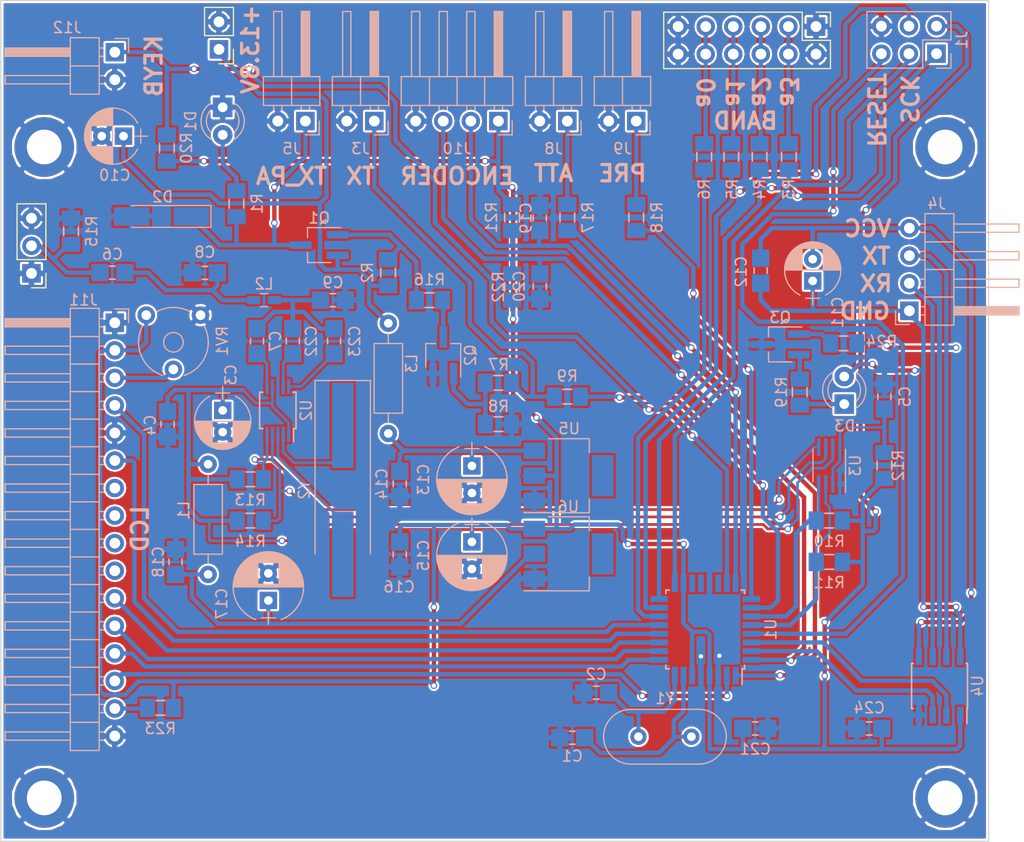
<source format=kicad_pcb>
(kicad_pcb (version 4) (host pcbnew 4.0.7-e2-6376~58~ubuntu14.04.1)
  (layers (0 F.Cu signal) (31 B.Cu signal) (34 B.Paste user) (35 F.Paste user) (36 B.SilkS user) (37 F.SilkS user hide) (38 B.Mask user) (39 F.Mask user) (44 Edge.Cuts user))
  (net 0 "")
  (net 1 GND)
  (net 2 "Net-(C1-Pad1)")
  (net 3 "Net-(C3-Pad1)")
  (net 4 "Net-(C11-Pad2)")
  (net 5 "Net-(C11-Pad1)")
  (net 6 "Net-(C13-Pad1)")
  (net 7 "Net-(C19-Pad1)")
  (net 8 "Net-(C20-Pad1)")
  (net 9 "Net-(C2-Pad1)")
  (net 10 "Net-(C5-Pad1)")
  (net 11 "Net-(C6-Pad2)")
  (net 12 "Net-(C6-Pad1)")
  (net 13 "Net-(C7-Pad2)")
  (net 14 +12V)
  (net 15 +5V)
  (net 16 +3V3)
  (net 17 "Net-(D1-Pad2)")
  (net 18 "Net-(D2-Pad1)")
  (net 19 /MISO)
  (net 20 /SCK)
  (net 21 /MOSI)
  (net 22 /RESET)
  (net 23 /A3)
  (net 24 /A2)
  (net 25 /A1)
  (net 26 /A0)
  (net 27 "Net-(J3-Pad1)")
  (net 28 "Net-(J8-Pad1)")
  (net 29 "Net-(J9-Pad1)")
  (net 30 "Net-(Q1-Pad1)")
  (net 31 "Net-(Q2-Pad1)")
  (net 32 "Net-(Q2-Pad3)")
  (net 33 "Net-(R6-Pad1)")
  (net 34 /TX)
  (net 35 /SDA5)
  (net 36 /SCL5)
  (net 37 /ATT)
  (net 38 /PREAMP)
  (net 39 "Net-(U1-Pad30)")
  (net 40 "Net-(U1-Pad31)")
  (net 41 "Net-(U2-Pad2)")
  (net 42 "Net-(U2-Pad3)")
  (net 43 "Net-(J11-Pad3)")
  (net 44 /RS)
  (net 45 /E)
  (net 46 /DB4)
  (net 47 /DB5)
  (net 48 /DB6)
  (net 49 /DB7)
  (net 50 "Net-(J11-Pad15)")
  (net 51 "Net-(J12-Pad1)")
  (net 52 "Net-(C22-Pad1)")
  (net 53 "Net-(C22-Pad2)")
  (net 54 "Net-(C23-Pad2)")
  (net 55 "Net-(D3-Pad1)")
  (net 56 "Net-(Q3-Pad1)")
  (net 57 "Net-(Q3-Pad2)")
  (net 58 /RX)
  (net 59 /SDA4)
  (net 60 /SCL4)
  (net 61 "Net-(R9-Pad1)")
  (module Mounting_Holes:MountingHole_3.2mm_M3_ISO14580_Pad (layer F.Cu) (at 158 57)
    (fp_text reference P7 hide)
    (fp_text value CONN_01X01 hide)
    (pad 1 thru_hole circle (at 0 0) (size 5.5 5.5) (drill 3.2) (layers *.Cu *.Mask) (net 1 GND))
  )
  (module Mounting_Holes:MountingHole_3.2mm_M3_ISO14580_Pad (layer B.Cu) (at 75 57)
    (fp_text reference P8 hide)
    (fp_text value CONN_01X01 hide)
    (pad 1 thru_hole circle (at 0 0) (size 5.5 5.5) (drill 3.2) (layers *.Cu *.Mask) (net 1 GND))
  )
  (module Mounting_Holes:MountingHole_3.2mm_M3_ISO14580_Pad (layer F.Cu) (at 75 117)
    (fp_text reference P9 hide)
    (fp_text value CONN_01X01 hide)
    (pad 1 thru_hole circle (at 0 0) (size 5.5 5.5) (drill 3.2) (layers *.Cu *.Mask) (net 1 GND))
  )
  (module Mounting_Holes:MountingHole_3.2mm_M3_ISO14580_Pad (layer F.Cu) (at 158 117)
    (fp_text reference P10 hide)
    (fp_text value CONN_01X01 hide)
    (pad 1 thru_hole circle (at 0 0) (size 5.5 5.5) (drill 3.2) (layers *.Cu *.Mask) (net 1 GND))
  )
  (module LCSDR:C_1206_0603 (layer B.Cu) (at 125.85 107.3 180)
    (fp_text reference C2 (at 0 1.7 180) (layer B.SilkS) (effects (justify mirror)))
    (fp_text value 22pF hide)
    (pad 2 smd rect (at 1.15 0 180) (size 1.6 1.6) (layers B.Cu B.Paste B.Mask) (net 1 GND))
    (pad 1 smd rect (at -1.15 0 180) (size 1.6 1.6) (layers B.Cu B.Paste B.Mask) (net 9 "Net-(C2-Pad1)"))
  )
  (module LCSDR:C_1206_0603 (layer B.Cu) (at 86.36 82.55 270)
    (fp_text reference C4 (at 0.1 1.6 270) (layer B.SilkS) (effects (justify mirror)))
    (fp_text value 100nF hide)
    (pad 2 smd rect (at 1.15 0 270) (size 1.6 1.6) (layers B.Cu B.Paste B.Mask) (net 1 GND))
    (pad 1 smd rect (at -1.15 0 270) (size 1.6 1.6) (layers B.Cu B.Paste B.Mask) (net 3 "Net-(C3-Pad1)"))
  )
  (module LCSDR:C_1206_0603 (layer B.Cu) (at 81.28 68.58)
    (fp_text reference C6 (at 0 -1.7) (layer B.SilkS) (effects (justify mirror)))
    (fp_text value 100nF hide)
    (pad 2 smd rect (at 1.15 0) (size 1.6 1.6) (layers B.Cu B.Paste B.Mask) (net 11 "Net-(C6-Pad2)"))
    (pad 1 smd rect (at -1.15 0) (size 1.6 1.6) (layers B.Cu B.Paste B.Mask) (net 12 "Net-(C6-Pad1)"))
  )
  (module LCSDR:C_1206_0603 (layer B.Cu) (at 94.6 74.9 270)
    (fp_text reference C7 (at 0 -1.7 270) (layer B.SilkS) (effects (justify mirror)))
    (fp_text value 10nF hide)
    (pad 2 smd rect (at 1.15 0 270) (size 1.6 1.6) (layers B.Cu B.Paste B.Mask) (net 13 "Net-(C7-Pad2)"))
    (pad 1 smd rect (at -1.15 0 270) (size 1.6 1.6) (layers B.Cu B.Paste B.Mask) (net 52 "Net-(C22-Pad1)"))
  )
  (module LCSDR:R_1206_0603 (layer B.Cu) (at 92.71 62.23 90)
    (fp_text reference R1 (at 0 1.9 90) (layer B.SilkS) (effects (justify mirror)))
    (fp_text value 1k hide)
    (pad 1 smd rect (at -1.2 0) (size 1.7 1.4) (layers B.Cu B.Paste B.Mask) (net 18 "Net-(D2-Pad1)"))
    (pad 2 smd rect (at 1.2 0 90) (size 1.4 1.7) (layers B.Cu B.Paste B.Mask) (net 17 "Net-(D1-Pad2)"))
  )
  (module LCSDR:R_1206_0603 (layer B.Cu) (at 106.68 68.58 270)
    (fp_text reference R2 (at 0 1.9 270) (layer B.SilkS) (effects (justify mirror)))
    (fp_text value 22k hide)
    (pad 1 smd rect (at -1.2 0 180) (size 1.7 1.4) (layers B.Cu B.Paste B.Mask) (net 30 "Net-(Q1-Pad1)"))
    (pad 2 smd rect (at 1.2 0 270) (size 1.4 1.7) (layers B.Cu B.Paste B.Mask) (net 14 +12V))
  )
  (module LCSDR:R_1206_0603 (layer B.Cu) (at 143.6 57.9 270)
    (fp_text reference R3 (at 3 0 270) (layer B.SilkS) (effects (justify mirror)))
    (fp_text value 100R hide)
    (pad 1 smd rect (at -1.2 0 180) (size 1.7 1.4) (layers B.Cu B.Paste B.Mask) (net 23 /A3))
    (pad 2 smd rect (at 1.2 0 270) (size 1.4 1.7) (layers B.Cu B.Paste B.Mask) (net 20 /SCK))
  )
  (module LCSDR:R_1206_0603 (layer B.Cu) (at 140.9 57.9 270)
    (fp_text reference R4 (at 3 0 270) (layer B.SilkS) (effects (justify mirror)))
    (fp_text value 100R hide)
    (pad 1 smd rect (at -1.2 0 180) (size 1.7 1.4) (layers B.Cu B.Paste B.Mask) (net 24 /A2))
    (pad 2 smd rect (at 1.2 0 270) (size 1.4 1.7) (layers B.Cu B.Paste B.Mask) (net 19 /MISO))
  )
  (module LCSDR:R_1206_0603 (layer B.Cu) (at 138.3 57.9 270)
    (fp_text reference R5 (at 3 -0.1 270) (layer B.SilkS) (effects (justify mirror)))
    (fp_text value 100R hide)
    (pad 1 smd rect (at -1.2 0 180) (size 1.7 1.4) (layers B.Cu B.Paste B.Mask) (net 25 /A1))
    (pad 2 smd rect (at 1.2 0 270) (size 1.4 1.7) (layers B.Cu B.Paste B.Mask) (net 21 /MOSI))
  )
  (module LCSDR:R_1206_0603 (layer B.Cu) (at 135.8 57.9 90)
    (fp_text reference R6 (at -3 0 90) (layer B.SilkS) (effects (justify mirror)))
    (fp_text value 100R hide)
    (pad 1 smd rect (at -1.2 0) (size 1.7 1.4) (layers B.Cu B.Paste B.Mask) (net 33 "Net-(R6-Pad1)"))
    (pad 2 smd rect (at 1.2 0 90) (size 1.4 1.7) (layers B.Cu B.Paste B.Mask) (net 26 /A0))
  )
  (module LCSDR:R_1206_0603 (layer B.Cu) (at 116.84 78.74 180)
    (fp_text reference R7 (at -0.01 1.69 180) (layer B.SilkS) (effects (justify mirror)))
    (fp_text value 1k hide)
    (pad 1 smd rect (at -1.2 0 90) (size 1.7 1.4) (layers B.Cu B.Paste B.Mask) (net 27 "Net-(J3-Pad1)"))
    (pad 2 smd rect (at 1.2 0 180) (size 1.4 1.7) (layers B.Cu B.Paste B.Mask) (net 31 "Net-(Q2-Pad1)"))
  )
  (module LCSDR:C_1206_0603 (layer B.Cu) (at 123.65 111.45 180)
    (fp_text reference C1 (at 0 -1.7 180) (layer B.SilkS) (effects (justify mirror)))
    (fp_text value 22pF hide)
    (pad 2 smd rect (at 1.15 0 180) (size 1.6 1.6) (layers B.Cu B.Paste B.Mask) (net 1 GND))
    (pad 1 smd rect (at -1.15 0 180) (size 1.6 1.6) (layers B.Cu B.Paste B.Mask) (net 2 "Net-(C1-Pad1)"))
  )
  (module LCSDR:C_1206_0603 (layer B.Cu) (at 152.4 80.01 90)
    (fp_text reference C5 (at 0 1.9 90) (layer B.SilkS) (effects (justify mirror)))
    (fp_text value 100nF hide)
    (pad 2 smd rect (at 1.15 0 90) (size 1.6 1.6) (layers B.Cu B.Paste B.Mask) (net 1 GND))
    (pad 1 smd rect (at -1.15 0 90) (size 1.6 1.6) (layers B.Cu B.Paste B.Mask) (net 10 "Net-(C5-Pad1)"))
  )
  (module LCSDR:C_1206_0603 (layer B.Cu) (at 89.8 68.6 180)
    (fp_text reference C8 (at 0 1.9 180) (layer B.SilkS) (effects (justify mirror)))
    (fp_text value 22pF hide)
    (pad 2 smd rect (at 1.15 0 180) (size 1.6 1.6) (layers B.Cu B.Paste B.Mask) (net 1 GND))
    (pad 1 smd rect (at -1.15 0 180) (size 1.6 1.6) (layers B.Cu B.Paste B.Mask) (net 11 "Net-(C6-Pad2)"))
  )
  (module LCSDR:C_1206_0603 (layer B.Cu) (at 101.6 71.12)
    (fp_text reference C9 (at 0 -1.62) (layer B.SilkS) (effects (justify mirror)))
    (fp_text value 22pF hide)
    (pad 2 smd rect (at 1.15 0) (size 1.6 1.6) (layers B.Cu B.Paste B.Mask) (net 1 GND))
    (pad 1 smd rect (at -1.15 0) (size 1.6 1.6) (layers B.Cu B.Paste B.Mask) (net 52 "Net-(C22-Pad1)"))
  )
  (module LCSDR:C_1206_0603 (layer B.Cu) (at 141 68.4 90)
    (fp_text reference C12 (at -0.1 -1.8 90) (layer B.SilkS) (effects (justify mirror)))
    (fp_text value 100nF hide)
    (pad 2 smd rect (at 1.15 0 90) (size 1.6 1.6) (layers B.Cu B.Paste B.Mask) (net 4 "Net-(C11-Pad2)"))
    (pad 1 smd rect (at -1.15 0 90) (size 1.6 1.6) (layers B.Cu B.Paste B.Mask) (net 5 "Net-(C11-Pad1)"))
  )
  (module LEDs:LED_D3.0mm (layer B.Cu) (at 91.44 53.34 270)
    (fp_text reference D1 (at 1.27 2.96 270) (layer B.SilkS) (effects (justify mirror)))
    (fp_text value LED)
    (pad 1 thru_hole rect (at 0 0 270) (size 1.8 1.8) (drill 0.9) (layers *.Cu *.Mask) (net 1 GND))
    (pad 2 thru_hole circle (at 2.54 0 270) (size 1.8 1.8) (drill 0.9) (layers *.Cu *.Mask) (net 17 "Net-(D1-Pad2)"))
  )
  (module Diodes_SMD:D_MiniMELF_Handsoldering (layer B.Cu) (at 85.8 63.4 180)
    (fp_text reference D2 (at -0.1 1.8 180) (layer B.SilkS) (effects (justify mirror)))
    (fp_text value 4148 hide)
    (pad 1 smd rect (at -2.75 0 180) (size 3.3 1.7) (layers B.Cu B.Paste B.Mask) (net 18 "Net-(D2-Pad1)"))
    (pad 2 smd rect (at 2.75 0 180) (size 3.3 1.7) (layers B.Cu B.Paste B.Mask) (net 1 GND))
  )
  (module Pin_Headers:Pin_Header_Straight_2x03_Pitch2.54mm (layer B.Cu) (at 157.2 48.4 90)
    (fp_text reference J1 (at 1.27 2.33 90) (layer B.SilkS) (effects (justify mirror)))
    (fp_text value SPI hide)
    (pad 1 thru_hole rect (at 0 0 90) (size 1.7 1.7) (drill 1) (layers *.Cu *.Mask) (net 19 /MISO))
    (pad 2 thru_hole oval (at 2.54 0 90) (size 1.7 1.7) (drill 1) (layers *.Cu *.Mask) (net 15 +5V))
    (pad 3 thru_hole oval (at 0 -2.54 90) (size 1.7 1.7) (drill 1) (layers *.Cu *.Mask) (net 20 /SCK))
    (pad 4 thru_hole oval (at 2.54 -2.54 90) (size 1.7 1.7) (drill 1) (layers *.Cu *.Mask) (net 21 /MOSI))
    (pad 5 thru_hole oval (at 0 -5.08 90) (size 1.7 1.7) (drill 1) (layers *.Cu *.Mask) (net 22 /RESET))
    (pad 6 thru_hole oval (at 2.54 -5.08 90) (size 1.7 1.7) (drill 1) (layers *.Cu *.Mask) (net 1 GND))
  )
  (module Pin_Headers:Pin_Header_Straight_2x06_Pitch2.54mm (layer F.Cu) (at 146.1 45.9 270)
    (fp_text reference J2 hide)
    (fp_text value BAND hide)
    (pad 1 thru_hole rect (at 0 0 270) (size 1.7 1.7) (drill 1) (layers *.Cu *.Mask) (net 1 GND))
    (pad 2 thru_hole oval (at 2.54 0 270) (size 1.7 1.7) (drill 1) (layers *.Cu *.Mask) (net 1 GND))
    (pad 3 thru_hole oval (at 0 2.54 270) (size 1.7 1.7) (drill 1) (layers *.Cu *.Mask) (net 23 /A3))
    (pad 4 thru_hole oval (at 2.54 2.54 270) (size 1.7 1.7) (drill 1) (layers *.Cu *.Mask) (net 23 /A3))
    (pad 5 thru_hole oval (at 0 5.08 270) (size 1.7 1.7) (drill 1) (layers *.Cu *.Mask) (net 24 /A2))
    (pad 6 thru_hole oval (at 2.54 5.08 270) (size 1.7 1.7) (drill 1) (layers *.Cu *.Mask) (net 24 /A2))
    (pad 7 thru_hole oval (at 0 7.62 270) (size 1.7 1.7) (drill 1) (layers *.Cu *.Mask) (net 25 /A1))
    (pad 8 thru_hole oval (at 2.54 7.62 270) (size 1.7 1.7) (drill 1) (layers *.Cu *.Mask) (net 25 /A1))
    (pad 9 thru_hole oval (at 0 10.16 270) (size 1.7 1.7) (drill 1) (layers *.Cu *.Mask) (net 26 /A0))
    (pad 10 thru_hole oval (at 2.54 10.16 270) (size 1.7 1.7) (drill 1) (layers *.Cu *.Mask) (net 26 /A0))
    (pad 11 thru_hole oval (at 0 12.7 270) (size 1.7 1.7) (drill 1) (layers *.Cu *.Mask) (net 1 GND))
    (pad 12 thru_hole oval (at 2.54 12.7 270) (size 1.7 1.7) (drill 1) (layers *.Cu *.Mask) (net 1 GND))
  )
  (module Pin_Headers:Pin_Header_Angled_1x04_Pitch2.54mm (layer B.Cu) (at 154.7 72.1)
    (fp_text reference J4 (at 2.526 -9.87) (layer B.SilkS) (effects (justify mirror)))
    (fp_text value UART hide)
    (pad 1 thru_hole rect (at 0 0) (size 1.7 1.7) (drill 1) (layers *.Cu *.Mask) (net 5 "Net-(C11-Pad1)"))
    (pad 2 thru_hole oval (at 0 -2.54) (size 1.7 1.7) (drill 1) (layers *.Cu *.Mask) (net 58 /RX))
    (pad 3 thru_hole oval (at 0 -5.08) (size 1.7 1.7) (drill 1) (layers *.Cu *.Mask) (net 34 /TX))
    (pad 4 thru_hole oval (at 0 -7.62) (size 1.7 1.7) (drill 1) (layers *.Cu *.Mask) (net 4 "Net-(C11-Pad2)"))
  )
  (module Pin_Headers:Pin_Header_Straight_1x02_Pitch2.54mm (layer F.Cu) (at 91.1 48 180)
    (fp_text reference J6 hide)
    (fp_text value 12v hide)
    (pad 1 thru_hole rect (at 0 0 180) (size 1.7 1.7) (drill 1) (layers *.Cu *.Mask) (net 14 +12V))
    (pad 2 thru_hole oval (at 0 2.54 180) (size 1.7 1.7) (drill 1) (layers *.Cu *.Mask) (net 1 GND))
  )
  (module Capacitors_SMD:C_0603_HandSoldering (layer B.Cu) (at 95.25 71.12)
    (fp_text reference L2 (at 0 -1.5) (layer B.SilkS) (effects (justify mirror)))
    (fp_text value 56nH hide)
    (pad 1 smd rect (at -0.95 0) (size 1.2 0.75) (layers B.Cu B.Paste B.Mask) (net 11 "Net-(C6-Pad2)"))
    (pad 2 smd rect (at 0.95 0) (size 1.2 0.75) (layers B.Cu B.Paste B.Mask) (net 52 "Net-(C22-Pad1)"))
  )
  (module TO_SOT_Packages_SMD:SOT-23W_Handsoldering (layer B.Cu) (at 100.33 66.04 180)
    (fp_text reference Q1 (at 0 2.5 180) (layer B.SilkS) (effects (justify mirror)))
    (fp_text value MMBT2907 hide)
    (pad 1 smd rect (at -1.7 0.95 180) (size 2 0.7) (layers B.Cu B.Paste B.Mask) (net 30 "Net-(Q1-Pad1)"))
    (pad 2 smd rect (at -1.7 -0.95 180) (size 2 0.7) (layers B.Cu B.Paste B.Mask) (net 14 +12V))
    (pad 3 smd rect (at 1.7 0 180) (size 2 0.7) (layers B.Cu B.Paste B.Mask) (net 18 "Net-(D2-Pad1)"))
  )
  (module TO_SOT_Packages_SMD:SOT-23W_Handsoldering (layer B.Cu) (at 111.76 76.2 90)
    (fp_text reference Q2 (at 0 2.5 90) (layer B.SilkS) (effects (justify mirror)))
    (fp_text value MMBT2222 hide)
    (pad 1 smd rect (at -1.7 0.95 90) (size 2 0.7) (layers B.Cu B.Paste B.Mask) (net 31 "Net-(Q2-Pad1)"))
    (pad 2 smd rect (at -1.7 -0.95 90) (size 2 0.7) (layers B.Cu B.Paste B.Mask) (net 1 GND))
    (pad 3 smd rect (at 1.7 0 90) (size 2 0.7) (layers B.Cu B.Paste B.Mask) (net 32 "Net-(Q2-Pad3)"))
  )
  (module LCSDR:R_1206_0603 (layer B.Cu) (at 116.84 82.55)
    (fp_text reference R8 (at 0.01 -1.65) (layer B.SilkS) (effects (justify mirror)))
    (fp_text value 22k hide)
    (pad 1 smd rect (at -1.2 0 270) (size 1.7 1.4) (layers B.Cu B.Paste B.Mask) (net 31 "Net-(Q2-Pad1)"))
    (pad 2 smd rect (at 1.2 0) (size 1.4 1.7) (layers B.Cu B.Paste B.Mask) (net 1 GND))
  )
  (module LCSDR:R_1206_0603 (layer B.Cu) (at 123.19 80.01 180)
    (fp_text reference R9 (at 0 1.9 180) (layer B.SilkS) (effects (justify mirror)))
    (fp_text value 30R hide)
    (pad 1 smd rect (at -1.2 0 90) (size 1.7 1.4) (layers B.Cu B.Paste B.Mask) (net 61 "Net-(R9-Pad1)"))
    (pad 2 smd rect (at 1.2 0 180) (size 1.4 1.7) (layers B.Cu B.Paste B.Mask) (net 27 "Net-(J3-Pad1)"))
  )
  (module LCSDR:R_1206_0603 (layer B.Cu) (at 147.32 91.44)
    (fp_text reference R10 (at 0 1.9) (layer B.SilkS) (effects (justify mirror)))
    (fp_text value 4.7k)
    (pad 1 smd rect (at -1.2 0 270) (size 1.7 1.4) (layers B.Cu B.Paste B.Mask) (net 35 /SDA5))
    (pad 2 smd rect (at 1.2 0) (size 1.4 1.7) (layers B.Cu B.Paste B.Mask) (net 15 +5V))
  )
  (module LCSDR:R_1206_0603 (layer B.Cu) (at 147.32 95.25)
    (fp_text reference R11 (at 0 1.9) (layer B.SilkS) (effects (justify mirror)))
    (fp_text value 4.7k hide)
    (pad 1 smd rect (at -1.2 0 270) (size 1.7 1.4) (layers B.Cu B.Paste B.Mask) (net 36 /SCL5))
    (pad 2 smd rect (at 1.2 0) (size 1.4 1.7) (layers B.Cu B.Paste B.Mask) (net 15 +5V))
  )
  (module LCSDR:R_1206_0603 (layer B.Cu) (at 152.4 86.36 90)
    (fp_text reference R12 (at 0 1.27 90) (layer B.SilkS) (effects (justify mirror)))
    (fp_text value 200k hide)
    (pad 1 smd rect (at -1.2 0) (size 1.7 1.4) (layers B.Cu B.Paste B.Mask) (net 15 +5V))
    (pad 2 smd rect (at 1.2 0 90) (size 1.4 1.7) (layers B.Cu B.Paste B.Mask) (net 10 "Net-(C5-Pad1)"))
  )
  (module LCSDR:R_1206_0603 (layer B.Cu) (at 93.98 87.63)
    (fp_text reference R13 (at 0 1.9) (layer B.SilkS) (effects (justify mirror)))
    (fp_text value 2.2k hide)
    (pad 1 smd rect (at -1.2 0 270) (size 1.7 1.4) (layers B.Cu B.Paste B.Mask) (net 3 "Net-(C3-Pad1)"))
    (pad 2 smd rect (at 1.2 0) (size 1.4 1.7) (layers B.Cu B.Paste B.Mask) (net 59 /SDA4))
  )
  (module LCSDR:R_1206_0603 (layer B.Cu) (at 93.98 91.44)
    (fp_text reference R14 (at 0 1.9) (layer B.SilkS) (effects (justify mirror)))
    (fp_text value 2.2k hide)
    (pad 1 smd rect (at -1.2 0 270) (size 1.7 1.4) (layers B.Cu B.Paste B.Mask) (net 3 "Net-(C3-Pad1)"))
    (pad 2 smd rect (at 1.2 0) (size 1.4 1.7) (layers B.Cu B.Paste B.Mask) (net 60 /SCL4))
  )
  (module LCSDR:R_1206_0603 (layer B.Cu) (at 77.47 64.77 90)
    (fp_text reference R15 (at 0 1.9 90) (layer B.SilkS) (effects (justify mirror)))
    (fp_text value 51R hide)
    (pad 1 smd rect (at -1.2 0) (size 1.7 1.4) (layers B.Cu B.Paste B.Mask) (net 12 "Net-(C6-Pad1)"))
    (pad 2 smd rect (at 1.2 0 90) (size 1.4 1.7) (layers B.Cu B.Paste B.Mask) (net 1 GND))
  )
  (module LCSDR:R_1206_0603 (layer B.Cu) (at 110.49 71.12 180)
    (fp_text reference R16 (at 0 1.9 180) (layer B.SilkS) (effects (justify mirror)))
    (fp_text value 1k hide)
    (pad 1 smd rect (at -1.2 0 90) (size 1.7 1.4) (layers B.Cu B.Paste B.Mask) (net 32 "Net-(Q2-Pad3)"))
    (pad 2 smd rect (at 1.2 0 180) (size 1.4 1.7) (layers B.Cu B.Paste B.Mask) (net 30 "Net-(Q1-Pad1)"))
  )
  (module LCSDR:R_1206_0603 (layer B.Cu) (at 123.19 63.5 90)
    (fp_text reference R17 (at 0 1.9 90) (layer B.SilkS) (effects (justify mirror)))
    (fp_text value 100R)
    (pad 1 smd rect (at -1.2 0) (size 1.7 1.4) (layers B.Cu B.Paste B.Mask) (net 37 /ATT))
    (pad 2 smd rect (at 1.2 0 90) (size 1.4 1.7) (layers B.Cu B.Paste B.Mask) (net 28 "Net-(J8-Pad1)"))
  )
  (module LCSDR:R_1206_0603 (layer B.Cu) (at 129.54 63.5 90)
    (fp_text reference R18 (at 0 1.9 90) (layer B.SilkS) (effects (justify mirror)))
    (fp_text value 100R)
    (pad 1 smd rect (at -1.2 0) (size 1.7 1.4) (layers B.Cu B.Paste B.Mask) (net 38 /PREAMP))
    (pad 2 smd rect (at 1.2 0 90) (size 1.4 1.7) (layers B.Cu B.Paste B.Mask) (net 29 "Net-(J9-Pad1)"))
  )
  (module LCSDR:R_1206_0603 (layer B.Cu) (at 86.3 57.1 270)
    (fp_text reference R20 (at 0 -1.8 270) (layer B.SilkS) (effects (justify mirror)))
    (fp_text value 15k hide)
    (pad 1 smd rect (at -1.2 0 180) (size 1.7 1.4) (layers B.Cu B.Paste B.Mask) (net 51 "Net-(J12-Pad1)"))
    (pad 2 smd rect (at 1.2 0 270) (size 1.4 1.7) (layers B.Cu B.Paste B.Mask) (net 15 +5V))
  )
  (module Housings_QFP:TQFP-32_7x7mm_Pitch0.8mm (layer B.Cu) (at 135.89 101.47 90)
    (fp_text reference U1 (at 0 6.05 90) (layer B.SilkS) (effects (justify mirror)))
    (fp_text value ATMEGA328P-AU hide)
    (pad 1 smd rect (at -4.25 2.8 90) (size 1.6 0.55) (layers B.Cu B.Paste B.Mask) (net 7 "Net-(C19-Pad1)"))
    (pad 2 smd rect (at -4.25 2 90) (size 1.6 0.55) (layers B.Cu B.Paste B.Mask) (net 49 /DB7))
    (pad 3 smd rect (at -4.25 1.2 90) (size 1.6 0.55) (layers B.Cu B.Paste B.Mask) (net 1 GND))
    (pad 4 smd rect (at -4.25 0.4 90) (size 1.6 0.55) (layers B.Cu B.Paste B.Mask) (net 15 +5V))
    (pad 5 smd rect (at -4.25 -0.4 90) (size 1.6 0.55) (layers B.Cu B.Paste B.Mask) (net 1 GND))
    (pad 6 smd rect (at -4.25 -1.2 90) (size 1.6 0.55) (layers B.Cu B.Paste B.Mask) (net 15 +5V))
    (pad 7 smd rect (at -4.25 -2 90) (size 1.6 0.55) (layers B.Cu B.Paste B.Mask) (net 2 "Net-(C1-Pad1)"))
    (pad 8 smd rect (at -4.25 -2.8 90) (size 1.6 0.55) (layers B.Cu B.Paste B.Mask) (net 9 "Net-(C2-Pad1)"))
    (pad 9 smd rect (at -2.8 -4.25) (size 1.6 0.55) (layers B.Cu B.Paste B.Mask) (net 48 /DB6))
    (pad 10 smd rect (at -2 -4.25) (size 1.6 0.55) (layers B.Cu B.Paste B.Mask) (net 47 /DB5))
    (pad 11 smd rect (at -1.2 -4.25) (size 1.6 0.55) (layers B.Cu B.Paste B.Mask) (net 46 /DB4))
    (pad 12 smd rect (at -0.4 -4.25) (size 1.6 0.55) (layers B.Cu B.Paste B.Mask) (net 45 /E))
    (pad 13 smd rect (at 0.4 -4.25) (size 1.6 0.55) (layers B.Cu B.Paste B.Mask) (net 44 /RS))
    (pad 14 smd rect (at 1.2 -4.25) (size 1.6 0.55) (layers B.Cu B.Paste B.Mask) (net 33 "Net-(R6-Pad1)"))
    (pad 15 smd rect (at 2 -4.25) (size 1.6 0.55) (layers B.Cu B.Paste B.Mask) (net 21 /MOSI))
    (pad 16 smd rect (at 2.8 -4.25) (size 1.6 0.55) (layers B.Cu B.Paste B.Mask) (net 19 /MISO))
    (pad 17 smd rect (at 4.25 -2.8 90) (size 1.6 0.55) (layers B.Cu B.Paste B.Mask) (net 20 /SCK))
    (pad 18 smd rect (at 4.25 -2 90) (size 1.6 0.55) (layers B.Cu B.Paste B.Mask) (net 15 +5V))
    (pad 19 smd rect (at 4.25 -1.2 90) (size 1.6 0.55) (layers B.Cu B.Paste B.Mask))
    (pad 20 smd rect (at 4.25 -0.4 90) (size 1.6 0.55) (layers B.Cu B.Paste B.Mask))
    (pad 21 smd rect (at 4.25 0.4 90) (size 1.6 0.55) (layers B.Cu B.Paste B.Mask) (net 1 GND))
    (pad 22 smd rect (at 4.25 1.2 90) (size 1.6 0.55) (layers B.Cu B.Paste B.Mask))
    (pad 23 smd rect (at 4.25 2 90) (size 1.6 0.55) (layers B.Cu B.Paste B.Mask) (net 51 "Net-(J12-Pad1)"))
    (pad 24 smd rect (at 4.25 2.8 90) (size 1.6 0.55) (layers B.Cu B.Paste B.Mask) (net 37 /ATT))
    (pad 25 smd rect (at 2.8 4.25) (size 1.6 0.55) (layers B.Cu B.Paste B.Mask) (net 38 /PREAMP))
    (pad 26 smd rect (at 2 4.25) (size 1.6 0.55) (layers B.Cu B.Paste B.Mask) (net 61 "Net-(R9-Pad1)"))
    (pad 27 smd rect (at 1.2 4.25) (size 1.6 0.55) (layers B.Cu B.Paste B.Mask) (net 35 /SDA5))
    (pad 28 smd rect (at 0.4 4.25) (size 1.6 0.55) (layers B.Cu B.Paste B.Mask) (net 36 /SCL5))
    (pad 29 smd rect (at -0.4 4.25) (size 1.6 0.55) (layers B.Cu B.Paste B.Mask) (net 22 /RESET))
    (pad 30 smd rect (at -1.2 4.25) (size 1.6 0.55) (layers B.Cu B.Paste B.Mask) (net 39 "Net-(U1-Pad30)"))
    (pad 31 smd rect (at -2 4.25) (size 1.6 0.55) (layers B.Cu B.Paste B.Mask) (net 40 "Net-(U1-Pad31)"))
    (pad 32 smd rect (at -2.8 4.25) (size 1.6 0.55) (layers B.Cu B.Paste B.Mask) (net 8 "Net-(C20-Pad1)"))
  )
  (module Housings_SSOP:MSOP-10_3x3mm_Pitch0.5mm (layer B.Cu) (at 96.52 81.28 90)
    (fp_text reference U2 (at 0 2.6 90) (layer B.SilkS) (effects (justify mirror)))
    (fp_text value Si5351 hide)
    (pad 1 smd rect (at -2.2 1 90) (size 1.4 0.3) (layers B.Cu B.Paste B.Mask) (net 3 "Net-(C3-Pad1)"))
    (pad 2 smd rect (at -2.2 0.5 90) (size 1.4 0.3) (layers B.Cu B.Paste B.Mask) (net 41 "Net-(U2-Pad2)"))
    (pad 3 smd rect (at -2.2 0 90) (size 1.4 0.3) (layers B.Cu B.Paste B.Mask) (net 42 "Net-(U2-Pad3)"))
    (pad 4 smd rect (at -2.2 -0.5 90) (size 1.4 0.3) (layers B.Cu B.Paste B.Mask) (net 60 /SCL4))
    (pad 5 smd rect (at -2.2 -1 90) (size 1.4 0.3) (layers B.Cu B.Paste B.Mask) (net 59 /SDA4))
    (pad 6 smd rect (at 2.2 -1 90) (size 1.4 0.3) (layers B.Cu B.Paste B.Mask) (net 13 "Net-(C7-Pad2)"))
    (pad 7 smd rect (at 2.2 -0.5 90) (size 1.4 0.3) (layers B.Cu B.Paste B.Mask) (net 3 "Net-(C3-Pad1)"))
    (pad 8 smd rect (at 2.2 0 90) (size 1.4 0.3) (layers B.Cu B.Paste B.Mask) (net 1 GND))
    (pad 9 smd rect (at 2.2 0.5 90) (size 1.4 0.3) (layers B.Cu B.Paste B.Mask) (net 53 "Net-(C22-Pad2)"))
    (pad 10 smd rect (at 2.2 1 90) (size 1.4 0.3) (layers B.Cu B.Paste B.Mask) (net 54 "Net-(C23-Pad2)"))
  )
  (module Housings_SSOP:SSOP-8_2.95x2.8mm_Pitch0.65mm (layer B.Cu) (at 147.32 86.36 90)
    (fp_text reference U3 (at 0 2.4 90) (layer B.SilkS) (effects (justify mirror)))
    (fp_text value PCA9306 hide)
    (pad 1 smd rect (at -1.7 0.975 180) (size 0.3 1.6) (layers B.Cu B.Paste B.Mask) (net 1 GND))
    (pad 2 smd rect (at -1.7 0.325 180) (size 0.3 1.6) (layers B.Cu B.Paste B.Mask) (net 10 "Net-(C5-Pad1)"))
    (pad 3 smd rect (at -1.7 -0.325 180) (size 0.3 1.6) (layers B.Cu B.Paste B.Mask) (net 36 /SCL5))
    (pad 4 smd rect (at -1.7 -0.975 180) (size 0.3 1.6) (layers B.Cu B.Paste B.Mask) (net 35 /SDA5))
    (pad 5 smd rect (at 1.7 -0.975 180) (size 0.3 1.6) (layers B.Cu B.Paste B.Mask) (net 59 /SDA4))
    (pad 6 smd rect (at 1.7 -0.325 180) (size 0.3 1.6) (layers B.Cu B.Paste B.Mask) (net 60 /SCL4))
    (pad 7 smd rect (at 1.7 0.325 180) (size 0.3 1.6) (layers B.Cu B.Paste B.Mask) (net 3 "Net-(C3-Pad1)"))
    (pad 8 smd rect (at 1.7 0.975 180) (size 0.3 1.6) (layers B.Cu B.Paste B.Mask) (net 10 "Net-(C5-Pad1)"))
  )
  (module Housings_SOIC:SOIC-8_3.9x4.9mm_Pitch1.27mm (layer B.Cu) (at 157.48 106.68 90)
    (fp_text reference U4 (at 0 3.5 90) (layer B.SilkS) (effects (justify mirror)))
    (fp_text value ADuM1201BR hide)
    (pad 1 smd rect (at -2.7 1.905 90) (size 1.55 0.6) (layers B.Cu B.Paste B.Mask) (net 15 +5V))
    (pad 2 smd rect (at -2.7 0.635 90) (size 1.55 0.6) (layers B.Cu B.Paste B.Mask) (net 39 "Net-(U1-Pad30)"))
    (pad 3 smd rect (at -2.7 -0.635 90) (size 1.55 0.6) (layers B.Cu B.Paste B.Mask) (net 40 "Net-(U1-Pad31)"))
    (pad 4 smd rect (at -2.7 -1.905 90) (size 1.55 0.6) (layers B.Cu B.Paste B.Mask) (net 1 GND))
    (pad 5 smd rect (at 2.7 -1.905 90) (size 1.55 0.6) (layers B.Cu B.Paste B.Mask) (net 4 "Net-(C11-Pad2)"))
    (pad 6 smd rect (at 2.7 -0.635 90) (size 1.55 0.6) (layers B.Cu B.Paste B.Mask) (net 58 /RX))
    (pad 7 smd rect (at 2.7 0.635 90) (size 1.55 0.6) (layers B.Cu B.Paste B.Mask) (net 34 /TX))
    (pad 8 smd rect (at 2.7 1.905 90) (size 1.55 0.6) (layers B.Cu B.Paste B.Mask) (net 5 "Net-(C11-Pad1)"))
  )
  (module TO_SOT_Packages_SMD:SOT-223 (layer B.Cu) (at 123.3 87.3)
    (fp_text reference U5 (at 0.06 -4.34) (layer B.SilkS) (effects (justify mirror)))
    (fp_text value LD1117S50TR hide)
    (pad 4 smd rect (at 3.15 0) (size 2 3.8) (layers B.Cu B.Paste B.Mask))
    (pad 2 smd rect (at -3.15 0) (size 2 1.5) (layers B.Cu B.Paste B.Mask) (net 15 +5V))
    (pad 3 smd rect (at -3.15 -2.3) (size 2 1.5) (layers B.Cu B.Paste B.Mask) (net 6 "Net-(C13-Pad1)"))
    (pad 1 smd rect (at -3.15 2.3) (size 2 1.5) (layers B.Cu B.Paste B.Mask) (net 1 GND))
  )
  (module TO_SOT_Packages_SMD:SOT-223 (layer B.Cu) (at 123.3 94.5)
    (fp_text reference U6 (at -0.02 -4.34) (layer B.SilkS) (effects (justify mirror)))
    (fp_text value LD1117S33TR hide)
    (pad 4 smd rect (at 3.15 0) (size 2 3.8) (layers B.Cu B.Paste B.Mask))
    (pad 2 smd rect (at -3.15 0) (size 2 1.5) (layers B.Cu B.Paste B.Mask) (net 16 +3V3))
    (pad 3 smd rect (at -3.15 -2.3) (size 2 1.5) (layers B.Cu B.Paste B.Mask) (net 15 +5V))
    (pad 1 smd rect (at -3.15 2.3) (size 2 1.5) (layers B.Cu B.Paste B.Mask) (net 1 GND))
  )
  (module Crystals:Crystal_SMD_HC49-SD_HandSoldering (layer B.Cu) (at 102.5 88.6 270)
    (fp_text reference Y2 (at 0 3.55 270) (layer B.SilkS) (effects (justify mirror)))
    (fp_text value 25Mhz hide)
    (pad 1 smd rect (at -5.9375 0 270) (size 7.875 2) (layers B.Cu B.Paste B.Mask) (net 41 "Net-(U2-Pad2)"))
    (pad 2 smd rect (at 5.9375 0 270) (size 7.875 2) (layers B.Cu B.Paste B.Mask) (net 42 "Net-(U2-Pad3)"))
  )
  (module Crystals:Crystal_HC49-U_Vertical (layer B.Cu) (at 134.62 111.36 180)
    (fp_text reference Y1 (at 2.44 3.525 180) (layer B.SilkS) (effects (justify mirror)))
    (fp_text value 16Mhz hide)
    (pad 1 thru_hole circle (at 0 0 180) (size 1.5 1.5) (drill 0.8) (layers *.Cu *.Mask) (net 2 "Net-(C1-Pad1)"))
    (pad 2 thru_hole circle (at 4.88 0 180) (size 1.5 1.5) (drill 0.8) (layers *.Cu *.Mask) (net 9 "Net-(C2-Pad1)"))
  )
  (module LCSDR:R_1206_0603 (layer B.Cu) (at 118.1 63.5 270)
    (fp_text reference R21 (at 0 1.9 270) (layer B.SilkS) (effects (justify mirror)))
    (fp_text value 10k)
    (pad 1 smd rect (at -1.2 0 180) (size 1.7 1.4) (layers B.Cu B.Paste B.Mask) (net 15 +5V))
    (pad 2 smd rect (at 1.2 0 270) (size 1.4 1.7) (layers B.Cu B.Paste B.Mask) (net 7 "Net-(C19-Pad1)"))
  )
  (module LCSDR:R_1206_0603 (layer B.Cu) (at 118.1 69.9 90)
    (fp_text reference R22 (at 0 -1.27 90) (layer B.SilkS) (effects (justify mirror)))
    (fp_text value 10k)
    (pad 1 smd rect (at -1.2 0) (size 1.7 1.4) (layers B.Cu B.Paste B.Mask) (net 15 +5V))
    (pad 2 smd rect (at 1.2 0 90) (size 1.4 1.7) (layers B.Cu B.Paste B.Mask) (net 8 "Net-(C20-Pad1)"))
  )
  (module Pin_Headers:Pin_Header_Angled_1x04_Pitch2.54mm (layer B.Cu) (at 116.84 54.61 90)
    (fp_text reference J10 (at -2.54 -3.81 180) (layer B.SilkS) (effects (justify mirror)))
    (fp_text value ENCODER hide)
    (pad 1 thru_hole rect (at 0 0 90) (size 1.7 1.7) (drill 1) (layers *.Cu *.Mask) (net 15 +5V))
    (pad 2 thru_hole oval (at 0 -2.54 90) (size 1.7 1.7) (drill 1) (layers *.Cu *.Mask) (net 7 "Net-(C19-Pad1)"))
    (pad 3 thru_hole oval (at 0 -5.08 90) (size 1.7 1.7) (drill 1) (layers *.Cu *.Mask) (net 8 "Net-(C20-Pad1)"))
    (pad 4 thru_hole oval (at 0 -7.62 90) (size 1.7 1.7) (drill 1) (layers *.Cu *.Mask) (net 1 GND))
  )
  (module Pin_Headers:Pin_Header_Angled_1x16_Pitch2.54mm (layer B.Cu) (at 81.5 73.2 180)
    (fp_text reference J11 (at 2.9 2.1 180) (layer B.SilkS) (effects (justify mirror)))
    (fp_text value LCD hide)
    (pad 1 thru_hole rect (at 0 0 180) (size 1.7 1.7) (drill 1) (layers *.Cu *.Mask) (net 1 GND))
    (pad 2 thru_hole oval (at 0 -2.54 180) (size 1.7 1.7) (drill 1) (layers *.Cu *.Mask) (net 15 +5V))
    (pad 3 thru_hole oval (at 0 -5.08 180) (size 1.7 1.7) (drill 1) (layers *.Cu *.Mask) (net 43 "Net-(J11-Pad3)"))
    (pad 4 thru_hole oval (at 0 -7.62 180) (size 1.7 1.7) (drill 1) (layers *.Cu *.Mask) (net 44 /RS))
    (pad 5 thru_hole oval (at 0 -10.16 180) (size 1.7 1.7) (drill 1) (layers *.Cu *.Mask) (net 1 GND))
    (pad 6 thru_hole oval (at 0 -12.7 180) (size 1.7 1.7) (drill 1) (layers *.Cu *.Mask) (net 45 /E))
    (pad 7 thru_hole oval (at 0 -15.24 180) (size 1.7 1.7) (drill 1) (layers *.Cu *.Mask))
    (pad 8 thru_hole oval (at 0 -17.78 180) (size 1.7 1.7) (drill 1) (layers *.Cu *.Mask))
    (pad 9 thru_hole oval (at 0 -20.32 180) (size 1.7 1.7) (drill 1) (layers *.Cu *.Mask))
    (pad 10 thru_hole oval (at 0 -22.86 180) (size 1.7 1.7) (drill 1) (layers *.Cu *.Mask))
    (pad 11 thru_hole oval (at 0 -25.4 180) (size 1.7 1.7) (drill 1) (layers *.Cu *.Mask) (net 46 /DB4))
    (pad 12 thru_hole oval (at 0 -27.94 180) (size 1.7 1.7) (drill 1) (layers *.Cu *.Mask) (net 47 /DB5))
    (pad 13 thru_hole oval (at 0 -30.48 180) (size 1.7 1.7) (drill 1) (layers *.Cu *.Mask) (net 48 /DB6))
    (pad 14 thru_hole oval (at 0 -33.02 180) (size 1.7 1.7) (drill 1) (layers *.Cu *.Mask) (net 49 /DB7))
    (pad 15 thru_hole oval (at 0 -35.56 180) (size 1.7 1.7) (drill 1) (layers *.Cu *.Mask) (net 50 "Net-(J11-Pad15)"))
    (pad 16 thru_hole oval (at 0 -38.1 180) (size 1.7 1.7) (drill 1) (layers *.Cu *.Mask) (net 1 GND))
  )
  (module Pin_Headers:Pin_Header_Straight_1x03_Pitch2.54mm (layer F.Cu) (at 73.825 68.65 180)
    (fp_text reference J7 hide)
    (fp_text value "OUT 1-120Mhz" hide)
    (pad 1 thru_hole rect (at 0 0 180) (size 1.7 1.7) (drill 1) (layers *.Cu *.Mask) (net 1 GND))
    (pad 2 thru_hole oval (at 0 2.54 180) (size 1.7 1.7) (drill 1) (layers *.Cu *.Mask) (net 12 "Net-(C6-Pad1)"))
    (pad 3 thru_hole oval (at 0 5.08 180) (size 1.7 1.7) (drill 1) (layers *.Cu *.Mask) (net 1 GND))
  )
  (module Capacitors_ThroughHole:CP_Radial_D5.0mm_P2.00mm (layer B.Cu) (at 91.44 81.28 270)
    (fp_text reference C3 (at -3.28 -0.76 270) (layer B.SilkS) (effects (justify mirror)))
    (fp_text value 10uF hide)
    (pad 1 thru_hole rect (at 0 0 270) (size 1.6 1.6) (drill 0.8) (layers *.Cu *.Mask) (net 3 "Net-(C3-Pad1)"))
    (pad 2 thru_hole circle (at 2 0 270) (size 1.6 1.6) (drill 0.8) (layers *.Cu *.Mask) (net 1 GND))
  )
  (module Capacitors_ThroughHole:CP_Radial_D5.0mm_P2.00mm (layer B.Cu) (at 145.796 69.342 90)
    (fp_text reference C11 (at -2.9 2.3 90) (layer B.SilkS) (effects (justify mirror)))
    (fp_text value 10uF hide)
    (pad 1 thru_hole rect (at 0 0 90) (size 1.6 1.6) (drill 0.8) (layers *.Cu *.Mask) (net 5 "Net-(C11-Pad1)"))
    (pad 2 thru_hole circle (at 2 0 90) (size 1.6 1.6) (drill 0.8) (layers *.Cu *.Mask) (net 4 "Net-(C11-Pad2)"))
  )
  (module Capacitors_ThroughHole:CP_Radial_D6.3mm_P2.50mm (layer B.Cu) (at 114.4 86.4 270)
    (fp_text reference C13 (at 1.25 4.46 270) (layer B.SilkS) (effects (justify mirror)))
    (fp_text value 100uF hide)
    (pad 1 thru_hole rect (at 0 0 270) (size 1.6 1.6) (drill 0.8) (layers *.Cu *.Mask) (net 6 "Net-(C13-Pad1)"))
    (pad 2 thru_hole circle (at 2.5 0 270) (size 1.6 1.6) (drill 0.8) (layers *.Cu *.Mask) (net 1 GND))
  )
  (module Capacitors_ThroughHole:CP_Radial_D6.3mm_P2.50mm (layer B.Cu) (at 114.4 93.4 270)
    (fp_text reference C15 (at 1.25 4.46 270) (layer B.SilkS) (effects (justify mirror)))
    (fp_text value 100uF hide)
    (pad 1 thru_hole rect (at 0 0 270) (size 1.6 1.6) (drill 0.8) (layers *.Cu *.Mask) (net 15 +5V))
    (pad 2 thru_hole circle (at 2.5 0 270) (size 1.6 1.6) (drill 0.8) (layers *.Cu *.Mask) (net 1 GND))
  )
  (module Capacitors_ThroughHole:CP_Radial_D6.3mm_P2.50mm (layer B.Cu) (at 95.65 98.8 90)
    (fp_text reference C17 (at -0.3 -4.3 90) (layer B.SilkS) (effects (justify mirror)))
    (fp_text value 100uF hide)
    (pad 1 thru_hole rect (at 0 0 90) (size 1.6 1.6) (drill 0.8) (layers *.Cu *.Mask) (net 16 +3V3))
    (pad 2 thru_hole circle (at 2.5 0 90) (size 1.6 1.6) (drill 0.8) (layers *.Cu *.Mask) (net 1 GND))
  )
  (module LCSDR:R_1206_0603 (layer B.Cu) (at 85.7 108.7)
    (fp_text reference R23 (at 0 1.9) (layer B.SilkS) (effects (justify mirror)))
    (fp_text value 10R hide)
    (pad 1 smd rect (at -1.2 0 270) (size 1.7 1.4) (layers B.Cu B.Paste B.Mask) (net 50 "Net-(J11-Pad15)"))
    (pad 2 smd rect (at 1.2 0) (size 1.4 1.7) (layers B.Cu B.Paste B.Mask) (net 15 +5V))
  )
  (module Potentiometers:Potentiometer_Trimmer_Piher_PT-6v_Horizontal (layer B.Cu) (at 89.4 72.5 270)
    (fp_text reference RV1 (at 2.4 -2 270) (layer B.SilkS) (effects (justify mirror)))
    (fp_text value 22k hide)
    (pad 3 thru_hole circle (at 0 5 270) (size 1.62 1.62) (drill 0.9) (layers *.Cu *.Mask) (net 15 +5V))
    (pad 2 thru_hole circle (at 5 2.5 270) (size 1.62 1.62) (drill 0.9) (layers *.Cu *.Mask) (net 43 "Net-(J11-Pad3)"))
    (pad 1 thru_hole circle (at 0 0 270) (size 1.62 1.62) (drill 0.9) (layers *.Cu *.Mask) (net 1 GND))
  )
  (module LCSDR:C_1206_0603 (layer B.Cu) (at 87.1 95.25 90)
    (fp_text reference C18 (at 0 -1.6 90) (layer B.SilkS) (effects (justify mirror)))
    (fp_text value 100nF hide)
    (pad 2 smd rect (at 1.15 0 90) (size 1.6 1.6) (layers B.Cu B.Paste B.Mask) (net 1 GND))
    (pad 1 smd rect (at -1.15 0 90) (size 1.6 1.6) (layers B.Cu B.Paste B.Mask) (net 16 +3V3))
  )
  (module LCSDR:C_1206_0603 (layer B.Cu) (at 120.65 63.55 90)
    (fp_text reference C19 (at 0 -1.27 90) (layer B.SilkS) (effects (justify mirror)))
    (fp_text value 100nF)
    (pad 2 smd rect (at 1.15 0 90) (size 1.6 1.6) (layers B.Cu B.Paste B.Mask) (net 1 GND))
    (pad 1 smd rect (at -1.15 0 90) (size 1.6 1.6) (layers B.Cu B.Paste B.Mask) (net 7 "Net-(C19-Pad1)"))
  )
  (module LCSDR:C_1206_0603 (layer B.Cu) (at 120.65 69.85 270)
    (fp_text reference C20 (at 0 1.9 270) (layer B.SilkS) (effects (justify mirror)))
    (fp_text value 100nF)
    (pad 2 smd rect (at 1.15 0 270) (size 1.6 1.6) (layers B.Cu B.Paste B.Mask) (net 1 GND))
    (pad 1 smd rect (at -1.15 0 270) (size 1.6 1.6) (layers B.Cu B.Paste B.Mask) (net 8 "Net-(C20-Pad1)"))
  )
  (module Pin_Headers:Pin_Header_Angled_1x02_Pitch2.54mm (layer B.Cu) (at 105.41 54.61 90)
    (fp_text reference J3 (at -2.54 -1.27 180) (layer B.SilkS) (effects (justify mirror)))
    (fp_text value OUT-TX)
    (pad 1 thru_hole rect (at 0 0 90) (size 1.7 1.7) (drill 1) (layers *.Cu *.Mask) (net 27 "Net-(J3-Pad1)"))
    (pad 2 thru_hole oval (at 0 -2.54 90) (size 1.7 1.7) (drill 1) (layers *.Cu *.Mask) (net 1 GND))
  )
  (module Pin_Headers:Pin_Header_Angled_1x02_Pitch2.54mm (layer B.Cu) (at 99.06 54.61 90)
    (fp_text reference J5 (at -2.54 -1.27 180) (layer B.SilkS) (effects (justify mirror)))
    (fp_text value PA hide)
    (pad 1 thru_hole rect (at 0 0 90) (size 1.7 1.7) (drill 1) (layers *.Cu *.Mask) (net 18 "Net-(D2-Pad1)"))
    (pad 2 thru_hole oval (at 0 -2.54 90) (size 1.7 1.7) (drill 1) (layers *.Cu *.Mask) (net 1 GND))
  )
  (module Pin_Headers:Pin_Header_Angled_1x02_Pitch2.54mm (layer B.Cu) (at 123.19 54.61 90)
    (fp_text reference J8 (at -2.54 -1.27 180) (layer B.SilkS) (effects (justify mirror)))
    (fp_text value ATT)
    (pad 1 thru_hole rect (at 0 0 90) (size 1.7 1.7) (drill 1) (layers *.Cu *.Mask) (net 28 "Net-(J8-Pad1)"))
    (pad 2 thru_hole oval (at 0 -2.54 90) (size 1.7 1.7) (drill 1) (layers *.Cu *.Mask) (net 1 GND))
  )
  (module Pin_Headers:Pin_Header_Angled_1x02_Pitch2.54mm (layer B.Cu) (at 129.54 54.61 90)
    (fp_text reference J9 (at -2.54 -1.27 180) (layer B.SilkS) (effects (justify mirror)))
    (fp_text value PRE)
    (pad 1 thru_hole rect (at 0 0 90) (size 1.7 1.7) (drill 1) (layers *.Cu *.Mask) (net 29 "Net-(J9-Pad1)"))
    (pad 2 thru_hole oval (at 0 -2.54 90) (size 1.7 1.7) (drill 1) (layers *.Cu *.Mask) (net 1 GND))
  )
  (module Pin_Headers:Pin_Header_Angled_1x02_Pitch2.54mm (layer B.Cu) (at 81.5 48.26 180)
    (fp_text reference J12 (at 4.385 2.27 180) (layer B.SilkS) (effects (justify mirror)))
    (fp_text value keyboard hide)
    (pad 1 thru_hole rect (at 0 0 180) (size 1.7 1.7) (drill 1) (layers *.Cu *.Mask) (net 51 "Net-(J12-Pad1)"))
    (pad 2 thru_hole oval (at 0 -2.54 180) (size 1.7 1.7) (drill 1) (layers *.Cu *.Mask) (net 1 GND))
  )
  (module Capacitors_ThroughHole:CP_Radial_D5.0mm_P2.00mm (layer B.Cu) (at 82.3 56 180)
    (fp_text reference C10 (at 0.8 -3.6 180) (layer B.SilkS) (effects (justify mirror)))
    (fp_text value 10uF hide)
    (pad 1 thru_hole rect (at 0 0 180) (size 1.6 1.6) (drill 0.8) (layers *.Cu *.Mask) (net 14 +12V))
    (pad 2 thru_hole circle (at 2 0 180) (size 1.6 1.6) (drill 0.8) (layers *.Cu *.Mask) (net 1 GND))
  )
  (module LCSDR:C_1206_0603 (layer B.Cu) (at 107.75 94.55 270)
    (fp_text reference C16 (at 3 0.05 360) (layer B.SilkS) (effects (justify mirror)))
    (fp_text value 100nF hide)
    (pad 2 smd rect (at 1.15 0 270) (size 1.6 1.6) (layers B.Cu B.Paste B.Mask) (net 1 GND))
    (pad 1 smd rect (at -1.15 0 270) (size 1.6 1.6) (layers B.Cu B.Paste B.Mask) (net 15 +5V))
  )
  (module Resistors_ThroughHole:R_Axial_DIN0207_L6.3mm_D2.5mm_P10.16mm_Horizontal (layer B.Cu) (at 90.1 96.4 90)
    (fp_text reference L1 (at 5.9 -2.25 90) (layer B.SilkS) (effects (justify mirror)))
    (fp_text value 100uH hide)
    (pad 1 thru_hole circle (at 0 0 90) (size 1.6 1.6) (drill 0.8) (layers *.Cu *.Mask) (net 16 +3V3))
    (pad 2 thru_hole oval (at 10.16 0 90) (size 1.6 1.6) (drill 0.8) (layers *.Cu *.Mask) (net 3 "Net-(C3-Pad1)"))
  )
  (module LCSDR:C_1206_0603 (layer B.Cu) (at 140.5 110.6)
    (fp_text reference C21 (at 0 1.9) (layer B.SilkS) (effects (justify mirror)))
    (fp_text value 100nF hide)
    (pad 2 smd rect (at 1.15 0) (size 1.6 1.6) (layers B.Cu B.Paste B.Mask) (net 1 GND))
    (pad 1 smd rect (at -1.15 0) (size 1.6 1.6) (layers B.Cu B.Paste B.Mask) (net 15 +5V))
  )
  (module LCSDR:C_1206_0603 (layer B.Cu) (at 107.75 88.05 270)
    (fp_text reference C14 (at 0 1.65 270) (layer B.SilkS) (effects (justify mirror)))
    (fp_text value 100nF hide)
    (pad 2 smd rect (at 1.15 0 270) (size 1.6 1.6) (layers B.Cu B.Paste B.Mask) (net 1 GND))
    (pad 1 smd rect (at -1.15 0 270) (size 1.6 1.6) (layers B.Cu B.Paste B.Mask) (net 6 "Net-(C13-Pad1)"))
  )
  (module Resistors_ThroughHole:R_Axial_DIN0207_L6.3mm_D2.5mm_P10.16mm_Horizontal (layer B.Cu) (at 106.7 73.25 270)
    (fp_text reference L3 (at 3.7 -2.15 270) (layer B.SilkS) (effects (justify mirror)))
    (fp_text value 100uH hide)
    (pad 1 thru_hole circle (at 0 0 270) (size 1.6 1.6) (drill 0.8) (layers *.Cu *.Mask) (net 14 +12V))
    (pad 2 thru_hole oval (at 10.16 0 270) (size 1.6 1.6) (drill 0.8) (layers *.Cu *.Mask) (net 6 "Net-(C13-Pad1)"))
  )
  (module LCSDR:C_1206_0603 (layer B.Cu) (at 97.9 74.9 270)
    (fp_text reference C22 (at 0 -1.7 270) (layer B.SilkS) (effects (justify mirror)))
    (fp_text value 10nF hide)
    (pad 2 smd rect (at 1.15 0 270) (size 1.6 1.6) (layers B.Cu B.Paste B.Mask) (net 53 "Net-(C22-Pad2)"))
    (pad 1 smd rect (at -1.15 0 270) (size 1.6 1.6) (layers B.Cu B.Paste B.Mask) (net 52 "Net-(C22-Pad1)"))
  )
  (module LCSDR:C_1206_0603 (layer B.Cu) (at 101.7 74.9 270)
    (fp_text reference C23 (at 0 -1.9 270) (layer B.SilkS) (effects (justify mirror)))
    (fp_text value 10nF hide)
    (pad 2 smd rect (at 1.15 0 270) (size 1.6 1.6) (layers B.Cu B.Paste B.Mask) (net 54 "Net-(C23-Pad2)"))
    (pad 1 smd rect (at -1.15 0 270) (size 1.6 1.6) (layers B.Cu B.Paste B.Mask) (net 52 "Net-(C22-Pad1)"))
  )
  (module LCSDR:C_1206_0603 (layer B.Cu) (at 151 110.6 180)
    (fp_text reference C24 (at 0 1.9 180) (layer B.SilkS) (effects (justify mirror)))
    (fp_text value 100nF hide)
    (pad 2 smd rect (at 1.15 0 180) (size 1.6 1.6) (layers B.Cu B.Paste B.Mask) (net 1 GND))
    (pad 1 smd rect (at -1.15 0 180) (size 1.6 1.6) (layers B.Cu B.Paste B.Mask) (net 15 +5V))
  )
  (module LEDs:LED_D3.0mm (layer B.Cu) (at 148.7 80.7 90)
    (fp_text reference D3 (at -2 0.05 180) (layer B.SilkS) (effects (justify mirror)))
    (fp_text value LED hide)
    (pad 1 thru_hole rect (at 0 0 90) (size 1.8 1.8) (drill 0.9) (layers *.Cu *.Mask) (net 55 "Net-(D3-Pad1)"))
    (pad 2 thru_hole circle (at 2.54 0 90) (size 1.8 1.8) (drill 0.9) (layers *.Cu *.Mask) (net 5 "Net-(C11-Pad1)"))
  )
  (module TO_SOT_Packages_SMD:SOT-23W_Handsoldering (layer B.Cu) (at 142.8 75.2 180)
    (fp_text reference Q3 (at 0 2.5 180) (layer B.SilkS) (effects (justify mirror)))
    (fp_text value MMBT2907 hide)
    (pad 1 smd rect (at -1.7 0.95 180) (size 2 0.7) (layers B.Cu B.Paste B.Mask) (net 56 "Net-(Q3-Pad1)"))
    (pad 2 smd rect (at -1.7 -0.95 180) (size 2 0.7) (layers B.Cu B.Paste B.Mask) (net 57 "Net-(Q3-Pad2)"))
    (pad 3 smd rect (at 1.7 0 180) (size 2 0.7) (layers B.Cu B.Paste B.Mask) (net 1 GND))
  )
  (module LCSDR:R_1206_0603 (layer B.Cu) (at 144.6 79.6 90)
    (fp_text reference R19 (at 0 -1.7 90) (layer B.SilkS) (effects (justify mirror)))
    (fp_text value 510R hide)
    (pad 1 smd rect (at -1.2 0) (size 1.7 1.4) (layers B.Cu B.Paste B.Mask) (net 55 "Net-(D3-Pad1)"))
    (pad 2 smd rect (at 1.2 0 90) (size 1.4 1.7) (layers B.Cu B.Paste B.Mask) (net 57 "Net-(Q3-Pad2)"))
  )
  (module LCSDR:R_1206_0603 (layer B.Cu) (at 148.65 75.1)
    (fp_text reference R24 (at 3.496 -0.17) (layer B.SilkS) (effects (justify mirror)))
    (fp_text value 2.2k hide)
    (pad 1 smd rect (at -1.2 0 270) (size 1.7 1.4) (layers B.Cu B.Paste B.Mask) (net 56 "Net-(Q3-Pad1)"))
    (pad 2 smd rect (at 1.2 0) (size 1.4 1.7) (layers B.Cu B.Paste B.Mask) (net 34 /TX))
  )
  (gr_text LCD (at 83.82 92.202 90) (layer B.SilkS) (effects (font (size 1.5 1.5) (thickness 0.3)) (justify mirror)))
  (gr_text PRE (at 128.27 59.436) (layer B.SilkS) (effects (font (size 1.5 1.5) (thickness 0.3)) (justify mirror)))
  (gr_text ATT (at 121.92 59.436) (layer B.SilkS) (effects (font (size 1.5 1.5) (thickness 0.3)) (justify mirror)))
  (gr_text RESET (at 151.638 53.594 270) (layer B.SilkS) (effects (font (size 1.5 1.5) (thickness 0.3)) (justify mirror)))
  (gr_text SCK (at 154.686 52.578 270) (layer B.SilkS) (effects (font (size 1.5 1.5) (thickness 0.3)) (justify mirror)))
  (gr_text "GND\n" (at 150.622 72.136) (layer B.SilkS) (effects (font (size 1.5 1.5) (thickness 0.3)) (justify mirror)))
  (gr_text RX (at 151.638 69.596) (layer B.SilkS) (effects (font (size 1.5 1.5) (thickness 0.3)) (justify mirror)))
  (gr_text "TX\n" (at 151.638 67.056) (layer B.SilkS) (effects (font (size 1.5 1.5) (thickness 0.3)) (justify mirror)))
  (gr_text "VCC\n" (at 150.876 64.516) (layer B.SilkS) (effects (font (size 1.5 1.5) (thickness 0.3)) (justify mirror)))
  (gr_text "TX_PA\n" (at 97.79 59.69) (layer B.SilkS) (effects (font (size 1.5 1.5) (thickness 0.3)) (justify mirror)))
  (gr_text "TX\n" (at 104.14 59.69) (layer B.SilkS) (effects (font (size 1.5 1.5) (thickness 0.3)) (justify mirror)))
  (gr_text ENCODER (at 113.03 59.69) (layer B.SilkS) (effects (font (size 1.5 1.5) (thickness 0.3)) (justify mirror)))
  (gr_text KEYB (at 85.09 49.53 90) (layer B.SilkS) (effects (font (size 1.5 1.5) (thickness 0.3)) (justify mirror)))
  (gr_line (start 162 43.5) (end 71 43.5) (angle 90) (layer Edge.Cuts) (width 0.1))
  (gr_line (start 162 121) (end 162 43.5) (angle 90) (layer Edge.Cuts) (width 0.1))
  (gr_line (start 71 121) (end 162 121) (angle 90) (layer Edge.Cuts) (width 0.1))
  (gr_line (start 71 43.5) (end 71 121) (angle 90) (layer Edge.Cuts) (width 0.1))
  (gr_text "+13.8V\n" (at 94 48 90) (layer B.SilkS) (effects (font (size 1.5 1.5) (thickness 0.3)) (justify mirror)))
  (gr_text "BAND\n" (at 139.6 54.6) (layer B.SilkS) (effects (font (size 1.5 1.5) (thickness 0.3)) (justify mirror)))
  (gr_text a3 (at 143.6 51.9 270) (layer B.SilkS) (effects (font (size 1.5 1.5) (thickness 0.3)) (justify mirror)))
  (gr_text a2 (at 141 51.9 270) (layer B.SilkS) (effects (font (size 1.5 1.5) (thickness 0.3)) (justify mirror)))
  (gr_text a1 (at 138.6 51.9 270) (layer B.SilkS) (effects (font (size 1.5 1.5) (thickness 0.3)) (justify mirror)))
  (gr_text a0 (at 135.9 52 270) (layer B.SilkS) (effects (font (size 1.5 1.5) (thickness 0.3)) (justify mirror)))
  (segment (start 135.49 105.72) (end 135.49 103.96) (width 0.25) (layer B.Cu) (net 1))
  (via (at 137.2 103.9) (size 0.6) (drill 0.4) (layers F.Cu B.Cu) (net 1))
  (segment (start 135.55 103.9) (end 137.2 103.9) (width 0.25) (layer F.Cu) (net 1))
  (segment (start 135.5 103.95) (end 135.55 103.9) (width 0.25) (layer F.Cu) (net 1))
  (via (at 135.5 103.95) (size 0.6) (drill 0.4) (layers F.Cu B.Cu) (net 1))
  (segment (start 135.49 103.96) (end 135.5 103.95) (width 0.25) (layer B.Cu) (net 1))
  (segment (start 133 111.36) (end 133 111.5) (width 0.4) (layer B.Cu) (net 2))
  (segment (start 126.2 112.85) (end 124.8 111.45) (width 0.4) (layer B.Cu) (net 2))
  (segment (start 131.65 112.85) (end 126.2 112.85) (width 0.4) (layer B.Cu) (net 2))
  (segment (start 133 111.5) (end 131.65 112.85) (width 0.4) (layer B.Cu) (net 2))
  (segment (start 134.62 111.36) (end 133 111.36) (width 0.4) (layer B.Cu) (net 2))
  (segment (start 133 111.1) (end 133 109.9) (width 0.4) (layer B.Cu) (net 2))
  (segment (start 133 109.9) (end 133.89 109.01) (width 0.4) (layer B.Cu) (net 2))
  (segment (start 133 111.1) (end 133 111.36) (width 0.4) (layer B.Cu) (net 2))
  (segment (start 133.89 105.72) (end 133.89 109.01) (width 0.4) (layer B.Cu) (net 2))
  (segment (start 91.44 81.28) (end 91.44 79.4) (width 0.4) (layer B.Cu) (net 3))
  (segment (start 96.02 80.6) (end 94.5 80.6) (width 0.25) (layer B.Cu) (net 3))
  (segment (start 93.3 79.4) (end 91.44 79.4) (width 0.4) (layer B.Cu) (net 3))
  (segment (start 91.44 79.4) (end 90.8 79.4) (width 0.4) (layer B.Cu) (net 3))
  (segment (start 94.5 80.6) (end 93.3 79.4) (width 0.25) (layer B.Cu) (net 3))
  (segment (start 147.645 84.66) (end 147.645 85.805) (width 0.25) (layer B.Cu) (net 3))
  (segment (start 90.2 93.2) (end 90.2 91.44) (width 0.25) (layer B.Cu) (net 3))
  (segment (start 90.3 93.3) (end 90.2 93.2) (width 0.25) (layer B.Cu) (net 3))
  (segment (start 96.9 93.3) (end 90.3 93.3) (width 0.25) (layer B.Cu) (net 3))
  (via (at 96.9 93.3) (size 0.6) (drill 0.4) (layers F.Cu B.Cu) (net 3))
  (segment (start 97.35 93.3) (end 96.9 93.3) (width 0.25) (layer F.Cu) (net 3))
  (segment (start 98.85 91.8) (end 97.35 93.3) (width 0.25) (layer F.Cu) (net 3))
  (segment (start 141.25 91.8) (end 98.85 91.8) (width 0.25) (layer F.Cu) (net 3))
  (segment (start 141.65 92.2) (end 141.25 91.8) (width 0.25) (layer F.Cu) (net 3))
  (segment (start 143.5 92.2) (end 141.65 92.2) (width 0.25) (layer F.Cu) (net 3))
  (via (at 143.5 92.2) (size 0.6) (drill 0.4) (layers F.Cu B.Cu) (net 3))
  (segment (start 144.4 91.3) (end 143.5 92.2) (width 0.25) (layer B.Cu) (net 3))
  (segment (start 144.4 87.95) (end 144.4 91.3) (width 0.25) (layer B.Cu) (net 3))
  (segment (start 145.75 86.6) (end 144.4 87.95) (width 0.25) (layer B.Cu) (net 3))
  (segment (start 146.85 86.6) (end 145.75 86.6) (width 0.25) (layer B.Cu) (net 3))
  (segment (start 147.645 85.805) (end 146.85 86.6) (width 0.25) (layer B.Cu) (net 3))
  (segment (start 97.52 83.48) (end 97.52 82.42) (width 0.25) (layer B.Cu) (net 3))
  (segment (start 96.02 80.92) (end 96.02 80.6) (width 0.25) (layer B.Cu) (net 3))
  (segment (start 96.02 80.6) (end 96.02 79.08) (width 0.25) (layer B.Cu) (net 3))
  (segment (start 97.52 82.42) (end 96.02 80.92) (width 0.25) (layer B.Cu) (net 3))
  (segment (start 90.1 86.24) (end 88.3 86.24) (width 0.4) (layer B.Cu) (net 3))
  (segment (start 92.78 87.63) (end 88.3 87.63) (width 0.4) (layer B.Cu) (net 3))
  (segment (start 88.3 79.4) (end 88.3 86.24) (width 0.4) (layer B.Cu) (net 3))
  (segment (start 88.3 86.24) (end 88.3 87.63) (width 0.4) (layer B.Cu) (net 3))
  (segment (start 88.3 87.63) (end 88.3 90.4) (width 0.4) (layer B.Cu) (net 3))
  (segment (start 89.34 91.44) (end 90.2 91.44) (width 0.4) (layer B.Cu) (net 3))
  (segment (start 90.2 91.44) (end 92.78 91.44) (width 0.4) (layer B.Cu) (net 3))
  (segment (start 88.3 90.4) (end 89.34 91.44) (width 0.4) (layer B.Cu) (net 3))
  (segment (start 90.4 79.4) (end 90.8 79.4) (width 0.4) (layer B.Cu) (net 3))
  (segment (start 89.3 79.4) (end 90.4 79.4) (width 0.4) (layer B.Cu) (net 3))
  (segment (start 88.3 79.4) (end 89.3 79.4) (width 0.4) (layer B.Cu) (net 3))
  (segment (start 86.36 81.4) (end 86.36 80.04) (width 0.4) (layer B.Cu) (net 3))
  (segment (start 87 79.4) (end 88.3 79.4) (width 0.4) (layer B.Cu) (net 3))
  (segment (start 86.36 80.04) (end 87 79.4) (width 0.4) (layer B.Cu) (net 3))
  (segment (start 160.4 99.6) (end 160.4 99.8) (width 0.4) (layer F.Cu) (net 4))
  (segment (start 160.4 99.8) (end 159.4 100.8) (width 0.4) (layer F.Cu) (net 4))
  (segment (start 160.4 96.3) (end 160.4 98.1) (width 0.4) (layer B.Cu) (net 4))
  (segment (start 159.4 100.8) (end 155.8 100.8) (width 0.4) (layer F.Cu) (net 4))
  (segment (start 160.4 98.1) (end 160.4 99.6) (width 0.4) (layer F.Cu) (net 4))
  (via (at 160.4 98.1) (size 0.6) (drill 0.4) (layers F.Cu B.Cu) (net 4))
  (segment (start 155.575 103.98) (end 155.575 101.025) (width 0.4) (layer B.Cu) (net 4))
  (segment (start 156.78 64.48) (end 154.7 64.48) (width 0.4) (layer B.Cu) (net 4))
  (segment (start 160.4 68.1) (end 156.78 64.48) (width 0.4) (layer B.Cu) (net 4))
  (segment (start 160.4 96.3) (end 160.4 68.1) (width 0.4) (layer B.Cu) (net 4))
  (via (at 155.8 100.8) (size 0.6) (drill 0.4) (layers F.Cu B.Cu) (net 4))
  (segment (start 155.575 101.025) (end 155.8 100.8) (width 0.4) (layer B.Cu) (net 4))
  (segment (start 145.796 67.342) (end 145.796 64.48) (width 0.4) (layer B.Cu) (net 4))
  (segment (start 155.6 103.955) (end 155.575 103.98) (width 0.4) (layer B.Cu) (net 4))
  (segment (start 145.7 64.48) (end 145.796 64.48) (width 0.4) (layer B.Cu) (net 4))
  (segment (start 145.796 64.48) (end 154.7 64.48) (width 0.4) (layer B.Cu) (net 4))
  (segment (start 142.02 64.48) (end 145.7 64.48) (width 0.4) (layer B.Cu) (net 4))
  (segment (start 141 65.5) (end 142.02 64.48) (width 0.4) (layer B.Cu) (net 4))
  (segment (start 141 67.25) (end 141 65.5) (width 0.4) (layer B.Cu) (net 4))
  (segment (start 148.7 78.16) (end 148.94 78.16) (width 0.4) (layer B.Cu) (net 5))
  (segment (start 148.94 78.16) (end 150.1 77) (width 0.4) (layer B.Cu) (net 5))
  (segment (start 155.2 77.6) (end 156 77.6) (width 0.4) (layer B.Cu) (net 5))
  (via (at 155.2 77.6) (size 0.6) (drill 0.4) (layers F.Cu B.Cu) (net 5))
  (segment (start 151.9 77.6) (end 155.2 77.6) (width 0.4) (layer F.Cu) (net 5))
  (segment (start 151.3 77) (end 151.9 77.6) (width 0.4) (layer F.Cu) (net 5))
  (via (at 151.3 77) (size 0.6) (drill 0.4) (layers F.Cu B.Cu) (net 5))
  (segment (start 150.1 77) (end 151.3 77) (width 0.4) (layer B.Cu) (net 5))
  (segment (start 159 99.4) (end 159 99.8) (width 0.4) (layer B.Cu) (net 5))
  (segment (start 156 73.7) (end 156 77.6) (width 0.4) (layer B.Cu) (net 5))
  (segment (start 156 77.6) (end 156 99.4) (width 0.4) (layer B.Cu) (net 5))
  (via (at 156 99.4) (size 0.6) (drill 0.4) (layers F.Cu B.Cu) (net 5))
  (segment (start 156 99.4) (end 159 99.4) (width 0.4) (layer F.Cu) (net 5))
  (via (at 159 99.4) (size 0.6) (drill 0.4) (layers F.Cu B.Cu) (net 5))
  (segment (start 154.7 72.4) (end 156 73.7) (width 0.4) (layer B.Cu) (net 5))
  (segment (start 159.385 100.185) (end 159.385 103.98) (width 0.4) (layer B.Cu) (net 5))
  (segment (start 159 99.8) (end 159.385 100.185) (width 0.4) (layer B.Cu) (net 5))
  (segment (start 154.7 72.1) (end 154.7 72.4) (width 0.4) (layer B.Cu) (net 5))
  (segment (start 145.796 69.342) (end 145.796 72.1) (width 0.4) (layer B.Cu) (net 5))
  (segment (start 141 69.55) (end 141 71.1) (width 0.4) (layer B.Cu) (net 5))
  (segment (start 141 71.1) (end 142 72.1) (width 0.4) (layer B.Cu) (net 5))
  (segment (start 142 72.1) (end 145.796 72.1) (width 0.4) (layer B.Cu) (net 5))
  (segment (start 145.796 72.1) (end 145.7 72.1) (width 0.4) (layer B.Cu) (net 5))
  (segment (start 154.7 72.1) (end 154.7 72.3) (width 0.4) (layer B.Cu) (net 5))
  (segment (start 145.7 72.1) (end 154.7 72.1) (width 0.4) (layer B.Cu) (net 5))
  (segment (start 148.7 78.16) (end 148.7 78.15) (width 0.4) (layer B.Cu) (net 5))
  (segment (start 107.75 86.9) (end 107.75 85.35) (width 0.4) (layer B.Cu) (net 6))
  (segment (start 107.75 85.35) (end 108.1 85) (width 0.4) (layer B.Cu) (net 6))
  (segment (start 114.4 86.4) (end 114.4 85) (width 0.4) (layer B.Cu) (net 6))
  (segment (start 106.7 83.41) (end 106.7 83.6) (width 0.4) (layer B.Cu) (net 6))
  (segment (start 106.7 83.6) (end 108.1 85) (width 0.4) (layer B.Cu) (net 6))
  (segment (start 108.1 85) (end 114.4 85) (width 0.4) (layer B.Cu) (net 6))
  (segment (start 114.4 85) (end 120.15 85) (width 0.4) (layer B.Cu) (net 6))
  (segment (start 134.5 77.4) (end 133.35 76.25) (width 0.4) (layer F.Cu) (net 7))
  (segment (start 123.2 66.1) (end 121.25 66.1) (width 0.4) (layer B.Cu) (net 7))
  (segment (start 133.35 76.25) (end 123.2 66.1) (width 0.4) (layer B.Cu) (net 7))
  (via (at 133.35 76.25) (size 0.6) (drill 0.4) (layers F.Cu B.Cu) (net 7))
  (segment (start 146 89.7) (end 146 88.9) (width 0.4) (layer F.Cu) (net 7))
  (segment (start 146 88.9) (end 134.5 77.4) (width 0.4) (layer F.Cu) (net 7))
  (segment (start 138.69 105.72) (end 142.78 105.72) (width 0.4) (layer B.Cu) (net 7))
  (segment (start 146 103.8) (end 146 89.7) (width 0.4) (layer F.Cu) (net 7))
  (segment (start 144.1 105.7) (end 146 103.8) (width 0.4) (layer F.Cu) (net 7))
  (segment (start 142.8 105.7) (end 144.1 105.7) (width 0.4) (layer F.Cu) (net 7))
  (via (at 142.8 105.7) (size 0.6) (drill 0.4) (layers F.Cu B.Cu) (net 7))
  (segment (start 142.78 105.72) (end 142.8 105.7) (width 0.4) (layer B.Cu) (net 7))
  (segment (start 114.3 63.7) (end 116.7 66.1) (width 0.4) (layer B.Cu) (net 7))
  (segment (start 114.3 63.7) (end 114.3 54.61) (width 0.4) (layer B.Cu) (net 7))
  (segment (start 116.7 66.1) (end 118.11 66.1) (width 0.4) (layer B.Cu) (net 7))
  (segment (start 120.6 66.1) (end 121.25 66.1) (width 0.4) (layer B.Cu) (net 7))
  (segment (start 121.25 66.1) (end 121.8 66.1) (width 0.4) (layer B.Cu) (net 7))
  (segment (start 118.11 66.1) (end 120.6 66.1) (width 0.4) (layer B.Cu) (net 7))
  (segment (start 120.6 64.7) (end 120.6 66.1) (width 0.4) (layer B.Cu) (net 7))
  (segment (start 120.6 64.7) (end 120.65 64.65) (width 0.4) (layer B.Cu) (net 7))
  (segment (start 118.11 64.7) (end 118.11 66.1) (width 0.4) (layer B.Cu) (net 7))
  (segment (start 121.25 67.3) (end 123 67.3) (width 0.4) (layer B.Cu) (net 8))
  (segment (start 143.72 104.27) (end 140.14 104.27) (width 0.4) (layer B.Cu) (net 8))
  (segment (start 143.8 104.35) (end 143.72 104.27) (width 0.4) (layer B.Cu) (net 8))
  (via (at 143.8 104.35) (size 0.6) (drill 0.4) (layers F.Cu B.Cu) (net 8))
  (segment (start 145 103.15) (end 143.8 104.35) (width 0.4) (layer F.Cu) (net 8))
  (segment (start 145 89.3) (end 145 103.15) (width 0.4) (layer F.Cu) (net 8))
  (segment (start 133.7 78) (end 145 89.3) (width 0.4) (layer F.Cu) (net 8))
  (via (at 133.7 78) (size 0.6) (drill 0.4) (layers F.Cu B.Cu) (net 8))
  (segment (start 123 67.3) (end 133.7 78) (width 0.4) (layer B.Cu) (net 8))
  (segment (start 118.11 68.65) (end 118.11 67.3) (width 0.4) (layer B.Cu) (net 8))
  (segment (start 120.2 67.3) (end 118.11 67.3) (width 0.4) (layer B.Cu) (net 8))
  (segment (start 118.11 67.3) (end 115.5 67.3) (width 0.4) (layer B.Cu) (net 8))
  (segment (start 115.5 67.3) (end 111.76 63.56) (width 0.4) (layer B.Cu) (net 8))
  (segment (start 121.5 67.3) (end 121.25 67.3) (width 0.4) (layer B.Cu) (net 8))
  (segment (start 121.25 67.3) (end 120.2 67.3) (width 0.4) (layer B.Cu) (net 8))
  (segment (start 120.65 68.7) (end 120.65 67.35) (width 0.4) (layer B.Cu) (net 8))
  (segment (start 120.6 67.3) (end 120.2 67.3) (width 0.4) (layer B.Cu) (net 8))
  (segment (start 120.65 67.35) (end 120.6 67.3) (width 0.4) (layer B.Cu) (net 8))
  (segment (start 111.76 63.56) (end 111.76 54.61) (width 0.4) (layer B.Cu) (net 8))
  (segment (start 129.74 111.36) (end 129.74 109.05) (width 0.4) (layer B.Cu) (net 9))
  (segment (start 127 107.3) (end 127.05 107.3) (width 0.4) (layer B.Cu) (net 9))
  (segment (start 127.05 107.3) (end 128.8 109.05) (width 0.4) (layer B.Cu) (net 9))
  (segment (start 128.8 109.05) (end 129.74 109.05) (width 0.4) (layer B.Cu) (net 9))
  (segment (start 129.74 109.05) (end 132.05 109.05) (width 0.4) (layer B.Cu) (net 9))
  (segment (start 133.09 105.72) (end 133.09 108.01) (width 0.4) (layer B.Cu) (net 9))
  (segment (start 133.09 108.01) (end 132.05 109.05) (width 0.4) (layer B.Cu) (net 9))
  (segment (start 148.295 84.66) (end 148.295 83.355) (width 0.25) (layer B.Cu) (net 10))
  (segment (start 148.8 82.85) (end 152.4 82.85) (width 0.25) (layer B.Cu) (net 10))
  (segment (start 148.295 83.355) (end 148.8 82.85) (width 0.25) (layer B.Cu) (net 10))
  (segment (start 148.295 84.66) (end 148.295 85.955) (width 0.25) (layer B.Cu) (net 10))
  (segment (start 147.645 86.605) (end 147.645 88.06) (width 0.25) (layer B.Cu) (net 10))
  (segment (start 148.295 85.955) (end 147.645 86.605) (width 0.25) (layer B.Cu) (net 10))
  (segment (start 152.4 81.16) (end 152.4 82.85) (width 0.4) (layer B.Cu) (net 10))
  (segment (start 152.4 82.85) (end 152.4 85.16) (width 0.4) (layer B.Cu) (net 10))
  (segment (start 90.95 68.6) (end 90.95 69.75) (width 0.4) (layer B.Cu) (net 11))
  (segment (start 90.95 69.75) (end 90.5 70.2) (width 0.4) (layer B.Cu) (net 11))
  (segment (start 82.43 68.58) (end 84.58 68.58) (width 0.4) (layer B.Cu) (net 11))
  (segment (start 91.42 71.12) (end 94.3 71.12) (width 0.4) (layer B.Cu) (net 11))
  (segment (start 90.5 70.2) (end 91.42 71.12) (width 0.4) (layer B.Cu) (net 11))
  (segment (start 86.2 70.2) (end 90.5 70.2) (width 0.4) (layer B.Cu) (net 11))
  (segment (start 84.58 68.58) (end 86.2 70.2) (width 0.4) (layer B.Cu) (net 11))
  (segment (start 77.47 65.97) (end 77.23 65.97) (width 0.4) (layer B.Cu) (net 12))
  (segment (start 77.23 65.97) (end 75.85 67.35) (width 0.4) (layer B.Cu) (net 12))
  (segment (start 73.825 66.11) (end 74.61 66.11) (width 0.4) (layer B.Cu) (net 12))
  (segment (start 74.61 66.11) (end 75.85 67.35) (width 0.4) (layer B.Cu) (net 12))
  (segment (start 75.85 67.35) (end 77.08 68.58) (width 0.4) (layer B.Cu) (net 12))
  (segment (start 77.08 68.58) (end 80.13 68.58) (width 0.4) (layer B.Cu) (net 12))
  (segment (start 95.52 79.08) (end 95.52 76.97) (width 0.25) (layer B.Cu) (net 13))
  (segment (start 95.52 76.97) (end 94.6 76.05) (width 0.25) (layer B.Cu) (net 13))
  (segment (start 106.68 69.78) (end 104.925 69.78) (width 0.4) (layer B.Cu) (net 14))
  (segment (start 104.925 69.225) (end 104.925 69.78) (width 0.4) (layer B.Cu) (net 14))
  (segment (start 104.925 69.78) (end 104.925 71.475) (width 0.4) (layer B.Cu) (net 14))
  (segment (start 104.925 71.475) (end 106.7 73.25) (width 0.4) (layer B.Cu) (net 14))
  (segment (start 95.5 62.2) (end 100.4 62.2) (width 0.4) (layer B.Cu) (net 14))
  (segment (start 82.3 56) (end 82.3 58.1) (width 0.4) (layer B.Cu) (net 14))
  (segment (start 91.1 62.2) (end 95.5 62.2) (width 0.4) (layer B.Cu) (net 14))
  (segment (start 90.3 61.4) (end 91.1 62.2) (width 0.4) (layer B.Cu) (net 14))
  (segment (start 85.6 61.4) (end 90.3 61.4) (width 0.4) (layer B.Cu) (net 14))
  (segment (start 82.3 58.1) (end 85.6 61.4) (width 0.4) (layer B.Cu) (net 14))
  (segment (start 102.03 66.99) (end 102.03 68.3) (width 0.4) (layer B.Cu) (net 14))
  (segment (start 100.4 66.6) (end 100.4 67.8) (width 0.4) (layer B.Cu) (net 14))
  (segment (start 100.4 62.2) (end 100.4 66.6) (width 0.4) (layer B.Cu) (net 14))
  (segment (start 101 61.6) (end 100.4 62.2) (width 0.4) (layer B.Cu) (net 14))
  (segment (start 101 52.8) (end 101 61.6) (width 0.4) (layer B.Cu) (net 14))
  (segment (start 100.3 52.1) (end 101 52.8) (width 0.4) (layer B.Cu) (net 14))
  (segment (start 94.8 52.1) (end 100.3 52.1) (width 0.4) (layer B.Cu) (net 14))
  (segment (start 91.1 48.4) (end 94.8 52.1) (width 0.4) (layer B.Cu) (net 14))
  (segment (start 100.4 67.8) (end 100.9 68.3) (width 0.4) (layer B.Cu) (net 14))
  (segment (start 100.9 68.3) (end 102.03 68.3) (width 0.4) (layer B.Cu) (net 14))
  (segment (start 102.03 68.3) (end 104 68.3) (width 0.4) (layer B.Cu) (net 14))
  (segment (start 91.1 48) (end 91.1 48.4) (width 0.4) (layer B.Cu) (net 14))
  (segment (start 102.03 66.99) (end 102.69 66.99) (width 0.4) (layer B.Cu) (net 14))
  (segment (start 104 68.3) (end 104.925 69.225) (width 0.4) (layer B.Cu) (net 14))
  (segment (start 116.84 61.03) (end 118.11 62.3) (width 0.4) (layer B.Cu) (net 15))
  (segment (start 128.3 92.55) (end 128.3 93.1) (width 0.4) (layer B.Cu) (net 15))
  (via (at 128.8 93.6) (size 0.6) (drill 0.4) (layers F.Cu B.Cu) (net 15))
  (segment (start 128.3 93.1) (end 128.8 93.6) (width 0.4) (layer B.Cu) (net 15))
  (segment (start 114.4 93.4) (end 114.4 91.85) (width 0.4) (layer B.Cu) (net 15))
  (segment (start 110.9 91.85) (end 110.9 99.4) (width 0.4) (layer B.Cu) (net 15))
  (segment (start 110.5 106.25) (end 109.3 106.25) (width 0.4) (layer B.Cu) (net 15))
  (segment (start 110.9 106.65) (end 110.5 106.25) (width 0.4) (layer B.Cu) (net 15))
  (via (at 110.9 106.65) (size 0.6) (drill 0.4) (layers F.Cu B.Cu) (net 15))
  (segment (start 110.9 99.4) (end 110.9 106.65) (width 0.4) (layer F.Cu) (net 15))
  (via (at 110.9 99.4) (size 0.6) (drill 0.4) (layers F.Cu B.Cu) (net 15))
  (segment (start 120.15 92.2) (end 117.95 92.2) (width 0.4) (layer B.Cu) (net 15))
  (segment (start 107.75 92.1) (end 107.75 93.4) (width 0.4) (layer B.Cu) (net 15))
  (segment (start 108 91.85) (end 107.75 92.1) (width 0.4) (layer B.Cu) (net 15))
  (segment (start 117.6 91.85) (end 114.4 91.85) (width 0.4) (layer B.Cu) (net 15))
  (segment (start 114.4 91.85) (end 110.9 91.85) (width 0.4) (layer B.Cu) (net 15))
  (segment (start 110.9 91.85) (end 108 91.85) (width 0.4) (layer B.Cu) (net 15))
  (segment (start 117.95 92.2) (end 117.6 91.85) (width 0.4) (layer B.Cu) (net 15))
  (segment (start 148.52 95.25) (end 150.4 95.25) (width 0.4) (layer B.Cu) (net 15))
  (segment (start 146.9 112.5) (end 146.9 105.75) (width 0.4) (layer B.Cu) (net 15))
  (segment (start 150.4 97.3) (end 150.4 95.25) (width 0.4) (layer B.Cu) (net 15))
  (segment (start 150.4 95.25) (end 150.4 94.65) (width 0.4) (layer B.Cu) (net 15))
  (segment (start 146.9 100.8) (end 150.4 97.3) (width 0.4) (layer B.Cu) (net 15))
  (via (at 146.9 100.8) (size 0.6) (drill 0.4) (layers F.Cu B.Cu) (net 15))
  (segment (start 146.9 105.75) (end 146.9 100.8) (width 0.4) (layer F.Cu) (net 15))
  (via (at 146.9 105.75) (size 0.6) (drill 0.4) (layers F.Cu B.Cu) (net 15))
  (segment (start 86.9 108.7) (end 86.9 106.25) (width 0.4) (layer B.Cu) (net 15))
  (segment (start 89.05 106.25) (end 86.9 106.25) (width 0.4) (layer B.Cu) (net 15))
  (segment (start 89.05 106.25) (end 109.3 106.25) (width 0.4) (layer B.Cu) (net 15))
  (segment (start 86.9 106.25) (end 83.7 106.25) (width 0.4) (layer B.Cu) (net 15))
  (segment (start 80.15 76.05) (end 80.46 75.74) (width 0.4) (layer B.Cu) (net 15))
  (segment (start 80.15 107.15) (end 80.15 76.05) (width 0.4) (layer B.Cu) (net 15))
  (segment (start 80.5 107.5) (end 80.15 107.15) (width 0.4) (layer B.Cu) (net 15))
  (segment (start 82.45 107.5) (end 80.5 107.5) (width 0.4) (layer B.Cu) (net 15))
  (segment (start 82.9 107.05) (end 82.45 107.5) (width 0.4) (layer B.Cu) (net 15))
  (segment (start 80.46 75.74) (end 81.5 75.74) (width 0.4) (layer B.Cu) (net 15))
  (segment (start 83.7 106.25) (end 82.9 107.05) (width 0.4) (layer B.Cu) (net 15))
  (segment (start 86.9 108.7) (end 86.9 108.05) (width 0.4) (layer B.Cu) (net 15))
  (segment (start 118.11 71.05) (end 118.11 72.01) (width 0.4) (layer B.Cu) (net 15))
  (segment (start 118.2 72.1) (end 118.2 72.85) (width 0.4) (layer B.Cu) (net 15))
  (via (at 118.2 72.85) (size 0.6) (drill 0.4) (layers F.Cu B.Cu) (net 15))
  (segment (start 118.11 72.01) (end 118.2 72.1) (width 0.4) (layer B.Cu) (net 15))
  (segment (start 122.2 87.45) (end 122.2 83.8) (width 0.4) (layer B.Cu) (net 15))
  (segment (start 118.2 79.8) (end 118.2 72.85) (width 0.4) (layer F.Cu) (net 15))
  (segment (start 118.2 72.85) (end 118.2 72.7) (width 0.4) (layer F.Cu) (net 15))
  (segment (start 120.35 81.95) (end 118.2 79.8) (width 0.4) (layer F.Cu) (net 15))
  (via (at 120.35 81.95) (size 0.6) (drill 0.4) (layers F.Cu B.Cu) (net 15))
  (segment (start 122.2 83.8) (end 120.35 81.95) (width 0.4) (layer B.Cu) (net 15))
  (segment (start 120.15 92.2) (end 119.35 92.2) (width 0.4) (layer B.Cu) (net 15))
  (segment (start 122.2 92.2) (end 122.2 87.45) (width 0.4) (layer B.Cu) (net 15))
  (segment (start 122.05 87.3) (end 120.15 87.3) (width 0.4) (layer B.Cu) (net 15))
  (segment (start 122.2 87.45) (end 122.05 87.3) (width 0.4) (layer B.Cu) (net 15))
  (segment (start 122.1 92.2) (end 122.2 92.2) (width 0.4) (layer B.Cu) (net 15))
  (segment (start 122.2 92.2) (end 123.45 92.2) (width 0.4) (layer B.Cu) (net 15))
  (segment (start 133.89 93.61) (end 133.89 97.22) (width 0.4) (layer B.Cu) (net 15))
  (segment (start 133.9 93.6) (end 133.89 93.61) (width 0.4) (layer B.Cu) (net 15))
  (via (at 133.9 93.6) (size 0.6) (drill 0.4) (layers F.Cu B.Cu) (net 15))
  (segment (start 128.8 93.6) (end 133.9 93.6) (width 0.4) (layer F.Cu) (net 15))
  (segment (start 128.3 92.25) (end 128.3 92.55) (width 0.4) (layer B.Cu) (net 15))
  (segment (start 127.85 91.8) (end 128.3 92.25) (width 0.4) (layer B.Cu) (net 15))
  (segment (start 123.85 91.8) (end 127.85 91.8) (width 0.4) (layer B.Cu) (net 15))
  (segment (start 123.45 92.2) (end 123.85 91.8) (width 0.4) (layer B.Cu) (net 15))
  (segment (start 122.1 92.2) (end 120.15 92.2) (width 0.4) (layer B.Cu) (net 15))
  (segment (start 139.35 110.6) (end 139.35 112.5) (width 0.4) (layer B.Cu) (net 15))
  (segment (start 139.2 112.5) (end 139.35 112.5) (width 0.4) (layer B.Cu) (net 15))
  (segment (start 152.15 112.5) (end 146.9 112.5) (width 0.4) (layer B.Cu) (net 15))
  (segment (start 146.9 112.5) (end 139.4 112.5) (width 0.4) (layer B.Cu) (net 15))
  (segment (start 139.4 112.5) (end 139.2 112.5) (width 0.4) (layer B.Cu) (net 15))
  (segment (start 139.35 112.5) (end 136.29 112.5) (width 0.4) (layer B.Cu) (net 15))
  (segment (start 136.29 108.65) (end 136.29 112.5) (width 0.4) (layer B.Cu) (net 15))
  (segment (start 120.15 92.2) (end 119.85 92.2) (width 0.4) (layer B.Cu) (net 15))
  (segment (start 119.25 87.3) (end 120.15 87.3) (width 0.4) (layer B.Cu) (net 15))
  (segment (start 152.15 110.6) (end 152.15 112.5) (width 0.4) (layer B.Cu) (net 15))
  (segment (start 139.35 110.6) (end 139.2 110.6) (width 0.4) (layer B.Cu) (net 15))
  (segment (start 159.385 109.38) (end 159.385 112.185) (width 0.4) (layer B.Cu) (net 15))
  (segment (start 136.29 108.65) (end 136.29 105.72) (width 0.4) (layer B.Cu) (net 15))
  (segment (start 159.07 112.5) (end 152.15 112.5) (width 0.4) (layer B.Cu) (net 15))
  (segment (start 159.385 112.185) (end 159.07 112.5) (width 0.4) (layer B.Cu) (net 15))
  (segment (start 157.2 45.86) (end 159.06 45.86) (width 0.4) (layer B.Cu) (net 15))
  (segment (start 151.4 92.4) (end 150.4 92.4) (width 0.4) (layer B.Cu) (net 15))
  (segment (start 151.6 92.2) (end 151.4 92.4) (width 0.4) (layer B.Cu) (net 15))
  (segment (start 151.6 90.6) (end 151.6 92.2) (width 0.4) (layer B.Cu) (net 15))
  (via (at 151.6 90.6) (size 0.6) (drill 0.4) (layers F.Cu B.Cu) (net 15))
  (segment (start 150.2 89.2) (end 151.6 90.6) (width 0.4) (layer F.Cu) (net 15))
  (segment (start 150.2 63.3) (end 150.2 89.2) (width 0.4) (layer F.Cu) (net 15))
  (segment (start 150.7 62.8) (end 150.2 63.3) (width 0.4) (layer F.Cu) (net 15))
  (via (at 150.7 62.8) (size 0.6) (drill 0.4) (layers F.Cu B.Cu) (net 15))
  (segment (start 153.4 60.1) (end 150.7 62.8) (width 0.4) (layer B.Cu) (net 15))
  (segment (start 153.4 56.1) (end 153.4 60.1) (width 0.4) (layer B.Cu) (net 15))
  (segment (start 160 49.5) (end 153.4 56.1) (width 0.4) (layer B.Cu) (net 15))
  (segment (start 160 46.8) (end 160 49.5) (width 0.4) (layer B.Cu) (net 15))
  (segment (start 159.06 45.86) (end 160 46.8) (width 0.4) (layer B.Cu) (net 15))
  (segment (start 87.9 58.3) (end 89.7 58.3) (width 0.4) (layer B.Cu) (net 15))
  (segment (start 115.6 58.3) (end 116.84 58.3) (width 0.4) (layer B.Cu) (net 15))
  (via (at 115.6 58.3) (size 0.6) (drill 0.4) (layers F.Cu B.Cu) (net 15))
  (segment (start 89.7 58.3) (end 115.6 58.3) (width 0.4) (layer F.Cu) (net 15))
  (via (at 89.7 58.3) (size 0.6) (drill 0.4) (layers F.Cu B.Cu) (net 15))
  (segment (start 116.84 60.7) (end 118.1 60.7) (width 0.4) (layer B.Cu) (net 15))
  (via (at 118.1 60.7) (size 0.6) (drill 0.4) (layers F.Cu B.Cu) (net 15))
  (segment (start 118.1 60.7) (end 118.2 60.8) (width 0.4) (layer F.Cu) (net 15))
  (segment (start 118.2 60.8) (end 118.2 72.7) (width 0.4) (layer F.Cu) (net 15))
  (segment (start 116.84 54.61) (end 116.84 58.3) (width 0.4) (layer B.Cu) (net 15))
  (segment (start 116.84 58.3) (end 116.84 60.7) (width 0.4) (layer B.Cu) (net 15))
  (segment (start 116.84 60.7) (end 116.84 61.03) (width 0.4) (layer B.Cu) (net 15))
  (segment (start 86.3 58.3) (end 87.9 58.3) (width 0.4) (layer B.Cu) (net 15))
  (segment (start 148.52 91.44) (end 150.4 91.44) (width 0.4) (layer B.Cu) (net 15))
  (segment (start 150.4 89.56) (end 152.4 87.56) (width 0.4) (layer B.Cu) (net 15))
  (segment (start 150.4 94.65) (end 150.4 92.4) (width 0.4) (layer B.Cu) (net 15))
  (segment (start 150.4 92.4) (end 150.4 91.44) (width 0.4) (layer B.Cu) (net 15))
  (segment (start 150.4 91.44) (end 150.4 89.56) (width 0.4) (layer B.Cu) (net 15))
  (segment (start 81.5 75.74) (end 83.66 75.74) (width 0.4) (layer B.Cu) (net 15))
  (segment (start 83.66 75.74) (end 84.4 75) (width 0.4) (layer B.Cu) (net 15))
  (segment (start 84.4 75) (end 84.4 72.5) (width 0.4) (layer B.Cu) (net 15))
  (segment (start 134.69 101.69) (end 135.99 101.69) (width 0.4) (layer B.Cu) (net 15))
  (segment (start 136.29 101.99) (end 136.29 105.72) (width 0.4) (layer B.Cu) (net 15))
  (segment (start 135.99 101.69) (end 136.29 101.99) (width 0.4) (layer B.Cu) (net 15))
  (segment (start 134.69 105.72) (end 134.69 101.69) (width 0.4) (layer B.Cu) (net 15))
  (segment (start 133.89 100.89) (end 133.89 97.22) (width 0.4) (layer B.Cu) (net 15))
  (segment (start 134.69 101.69) (end 133.89 100.89) (width 0.4) (layer B.Cu) (net 15))
  (segment (start 95.65 98.8) (end 95.65 100.95) (width 0.4) (layer B.Cu) (net 16))
  (segment (start 88.65 96.4) (end 87.1 96.4) (width 0.4) (layer B.Cu) (net 16))
  (segment (start 90.1 96.4) (end 88.65 96.4) (width 0.4) (layer B.Cu) (net 16))
  (segment (start 88.65 96.4) (end 88.6 96.4) (width 0.4) (layer B.Cu) (net 16))
  (segment (start 88.6 98.5) (end 88.6 96.4) (width 0.4) (layer B.Cu) (net 16))
  (segment (start 91.05 100.95) (end 88.6 98.5) (width 0.4) (layer B.Cu) (net 16))
  (segment (start 113.35 100.95) (end 95.65 100.95) (width 0.4) (layer B.Cu) (net 16))
  (segment (start 95.65 100.95) (end 91.05 100.95) (width 0.4) (layer B.Cu) (net 16))
  (segment (start 113.35 100.95) (end 119.8 94.5) (width 0.4) (layer B.Cu) (net 16))
  (segment (start 120.15 94.5) (end 119.8 94.5) (width 0.4) (layer B.Cu) (net 16))
  (segment (start 92.71 61.03) (end 92.71 59.81) (width 0.4) (layer B.Cu) (net 17))
  (segment (start 91.44 58.54) (end 91.44 55.88) (width 0.4) (layer B.Cu) (net 17))
  (segment (start 92.71 59.81) (end 91.44 58.54) (width 0.4) (layer B.Cu) (net 17))
  (via (at 96.2 60.7) (size 0.6) (drill 0.4) (layers F.Cu B.Cu) (net 18))
  (segment (start 99.06 54.61) (end 99.06 57.84) (width 0.4) (layer B.Cu) (net 18))
  (segment (start 99.06 57.84) (end 96.2 60.7) (width 0.4) (layer B.Cu) (net 18))
  (segment (start 96.2 66.04) (end 96.2 64) (width 0.4) (layer B.Cu) (net 18))
  (segment (start 96.2 64) (end 96.2 60.7) (width 0.4) (layer F.Cu) (net 18))
  (via (at 96.2 64) (size 0.6) (drill 0.4) (layers F.Cu B.Cu) (net 18))
  (segment (start 92.71 63.43) (end 92.71 66.04) (width 0.4) (layer B.Cu) (net 18))
  (segment (start 98.63 66.04) (end 96.2 66.04) (width 0.4) (layer B.Cu) (net 18))
  (segment (start 96.2 66.04) (end 92.71 66.04) (width 0.4) (layer B.Cu) (net 18))
  (segment (start 92.71 66.04) (end 91.19 66.04) (width 0.4) (layer B.Cu) (net 18))
  (segment (start 91.19 66.04) (end 88.55 63.4) (width 0.4) (layer B.Cu) (net 18))
  (segment (start 98.63 55.04) (end 99.06 54.61) (width 0.4) (layer B.Cu) (net 18))
  (segment (start 144.4 61.5) (end 150.1 61.5) (width 0.4) (layer B.Cu) (net 19))
  (segment (start 152.1 53.5) (end 157.2 48.4) (width 0.4) (layer B.Cu) (net 19))
  (segment (start 152.1 59.5) (end 152.1 53.5) (width 0.4) (layer B.Cu) (net 19))
  (segment (start 150.1 61.5) (end 152.1 59.5) (width 0.4) (layer B.Cu) (net 19))
  (segment (start 142 60.8) (end 140.9 60.8) (width 0.4) (layer B.Cu) (net 19))
  (via (at 142 60.8) (size 0.6) (drill 0.4) (layers F.Cu B.Cu) (net 19))
  (segment (start 143.7 60.8) (end 142 60.8) (width 0.4) (layer F.Cu) (net 19))
  (segment (start 144.4 61.5) (end 143.7 60.8) (width 0.4) (layer F.Cu) (net 19))
  (via (at 144.4 61.5) (size 0.6) (drill 0.4) (layers F.Cu B.Cu) (net 19))
  (segment (start 140.9 59.1) (end 140.9 60.8) (width 0.4) (layer B.Cu) (net 19))
  (segment (start 140.9 60.8) (end 140.9 62.3) (width 0.4) (layer B.Cu) (net 19))
  (segment (start 131.64 84.06) (end 131.64 98.67) (width 0.4) (layer B.Cu) (net 19))
  (segment (start 137.7 78) (end 131.64 84.06) (width 0.4) (layer B.Cu) (net 19))
  (segment (start 137.7 65.5) (end 137.7 78) (width 0.4) (layer B.Cu) (net 19))
  (segment (start 140.9 62.3) (end 137.7 65.5) (width 0.4) (layer B.Cu) (net 19))
  (segment (start 154.66 48.4) (end 154.66 49.04) (width 0.4) (layer B.Cu) (net 20))
  (segment (start 154.66 49.04) (end 149.1 54.6) (width 0.4) (layer B.Cu) (net 20))
  (segment (start 149.1 54.6) (end 149.1 59.8) (width 0.4) (layer B.Cu) (net 20))
  (segment (start 149.1 59.8) (end 148.4 60.5) (width 0.4) (layer B.Cu) (net 20))
  (segment (start 148.4 60.5) (end 143.6 60.5) (width 0.4) (layer B.Cu) (net 20))
  (segment (start 133.09 97.22) (end 133.09 83.61) (width 0.4) (layer B.Cu) (net 20))
  (segment (start 143.6 60.6) (end 143.6 60.5) (width 0.4) (layer B.Cu) (net 20))
  (segment (start 143.6 60.5) (end 143.6 59.1) (width 0.4) (layer B.Cu) (net 20))
  (segment (start 138.5 65.7) (end 143.6 60.6) (width 0.4) (layer B.Cu) (net 20))
  (segment (start 138.5 78.2) (end 138.5 65.7) (width 0.4) (layer B.Cu) (net 20))
  (segment (start 133.09 83.61) (end 138.5 78.2) (width 0.4) (layer B.Cu) (net 20))
  (segment (start 154.66 45.86) (end 154.66 44.76) (width 0.4) (layer B.Cu) (net 21))
  (segment (start 154.66 44.76) (end 154.2 44.3) (width 0.4) (layer B.Cu) (net 21))
  (segment (start 154.2 44.3) (end 150.2 44.3) (width 0.4) (layer B.Cu) (net 21))
  (segment (start 150.2 44.3) (end 148.8 45.7) (width 0.4) (layer B.Cu) (net 21))
  (segment (start 148.8 45.7) (end 148.8 50.6) (width 0.4) (layer B.Cu) (net 21))
  (segment (start 148.8 50.6) (end 146.1 53.3) (width 0.4) (layer B.Cu) (net 21))
  (segment (start 146.1 53.3) (end 146.1 59.5) (width 0.4) (layer B.Cu) (net 21))
  (via (at 146.1 59.5) (size 0.6) (drill 0.4) (layers F.Cu B.Cu) (net 21))
  (segment (start 146.1 59.5) (end 140.9 59.5) (width 0.4) (layer F.Cu) (net 21))
  (segment (start 131.64 99.47) (end 130.43 99.47) (width 0.4) (layer B.Cu) (net 21))
  (segment (start 130.4 84.2) (end 131.65 82.95) (width 0.4) (layer B.Cu) (net 21))
  (segment (start 130.4 99.44) (end 130.4 84.2) (width 0.4) (layer B.Cu) (net 21))
  (segment (start 130.43 99.47) (end 130.4 99.44) (width 0.4) (layer B.Cu) (net 21))
  (segment (start 139.1 61.1) (end 138.3 61.1) (width 0.4) (layer B.Cu) (net 21))
  (via (at 139.1 61.1) (size 0.6) (drill 0.4) (layers F.Cu B.Cu) (net 21))
  (segment (start 139.3 61.1) (end 139.1 61.1) (width 0.4) (layer F.Cu) (net 21))
  (segment (start 140.9 59.5) (end 139.3 61.1) (width 0.4) (layer F.Cu) (net 21))
  (segment (start 138.3 62) (end 138.3 61.1) (width 0.4) (layer B.Cu) (net 21))
  (segment (start 138.3 61.1) (end 138.3 59.1) (width 0.4) (layer B.Cu) (net 21))
  (segment (start 136.9 63.4) (end 138.3 62) (width 0.4) (layer B.Cu) (net 21))
  (segment (start 136.9 77.7) (end 136.9 63.4) (width 0.4) (layer B.Cu) (net 21))
  (segment (start 131.65 82.95) (end 136.9 77.7) (width 0.4) (layer B.Cu) (net 21))
  (segment (start 154.1 77.3) (end 154.1 75.3) (width 0.4) (layer B.Cu) (net 22))
  (segment (start 140.8 73.1) (end 140.4 72.7) (width 0.4) (layer B.Cu) (net 22))
  (segment (start 151.9 73.1) (end 140.8 73.1) (width 0.4) (layer B.Cu) (net 22))
  (segment (start 154.1 75.3) (end 151.9 73.1) (width 0.4) (layer B.Cu) (net 22))
  (segment (start 152.12 48.4) (end 152.12 49.18) (width 0.4) (layer B.Cu) (net 22))
  (segment (start 152.12 49.18) (end 147.7 53.6) (width 0.4) (layer B.Cu) (net 22))
  (segment (start 139.3 71.6) (end 140.4 72.7) (width 0.4) (layer B.Cu) (net 22))
  (segment (start 139.3 66) (end 139.3 71.6) (width 0.4) (layer B.Cu) (net 22))
  (segment (start 142.1 63.2) (end 139.3 66) (width 0.4) (layer B.Cu) (net 22))
  (segment (start 147.4 63.2) (end 142.1 63.2) (width 0.4) (layer B.Cu) (net 22))
  (segment (start 147.7 62.9) (end 147.4 63.2) (width 0.4) (layer B.Cu) (net 22))
  (via (at 147.7 62.9) (size 0.6) (drill 0.4) (layers F.Cu B.Cu) (net 22))
  (segment (start 147.7 59.3) (end 147.7 62.9) (width 0.4) (layer F.Cu) (net 22))
  (via (at 147.7 59.3) (size 0.6) (drill 0.4) (layers F.Cu B.Cu) (net 22))
  (segment (start 147.7 53.6) (end 147.7 59.3) (width 0.4) (layer B.Cu) (net 22))
  (segment (start 154.1 77.3) (end 154.1 96.6) (width 0.4) (layer B.Cu) (net 22))
  (segment (start 154.1 96.6) (end 148.83 101.87) (width 0.4) (layer B.Cu) (net 22))
  (segment (start 148.83 101.87) (end 140.14 101.87) (width 0.4) (layer B.Cu) (net 22))
  (segment (start 143.56 48.44) (end 143.56 45.9) (width 0.4) (layer B.Cu) (net 23))
  (segment (start 143.56 48.44) (end 143.56 56.66) (width 0.4) (layer B.Cu) (net 23))
  (segment (start 143.56 56.66) (end 143.6 56.7) (width 0.4) (layer B.Cu) (net 23))
  (segment (start 141.02 48.44) (end 141.02 45.9) (width 0.4) (layer B.Cu) (net 24))
  (segment (start 141.02 48.44) (end 141.02 56.58) (width 0.4) (layer B.Cu) (net 24))
  (segment (start 141.02 56.58) (end 140.9 56.7) (width 0.4) (layer B.Cu) (net 24))
  (segment (start 138.48 48.44) (end 138.48 56.52) (width 0.4) (layer B.Cu) (net 25))
  (segment (start 138.48 56.52) (end 138.3 56.7) (width 0.4) (layer B.Cu) (net 25))
  (segment (start 138.48 48.44) (end 138.48 45.9) (width 0.4) (layer B.Cu) (net 25))
  (segment (start 135.94 48.44) (end 135.94 56.56) (width 0.4) (layer B.Cu) (net 26))
  (segment (start 135.94 56.56) (end 135.8 56.7) (width 0.4) (layer B.Cu) (net 26))
  (segment (start 135.94 48.44) (end 135.94 45.9) (width 0.4) (layer B.Cu) (net 26))
  (segment (start 135.8 48.58) (end 135.94 48.44) (width 0.4) (layer B.Cu) (net 26))
  (segment (start 113 68.3) (end 114.2 69.5) (width 0.4) (layer B.Cu) (net 27))
  (segment (start 114.2 73.3) (end 115.5 74.6) (width 0.4) (layer B.Cu) (net 27))
  (segment (start 114.2 69.5) (end 114.2 73.3) (width 0.4) (layer B.Cu) (net 27))
  (segment (start 120 80.01) (end 120 76.9) (width 0.4) (layer B.Cu) (net 27))
  (segment (start 120 76.9) (end 119.1 76) (width 0.4) (layer B.Cu) (net 27))
  (segment (start 119.1 76) (end 116.9 76) (width 0.4) (layer B.Cu) (net 27))
  (segment (start 116.9 76) (end 115.5 74.6) (width 0.4) (layer B.Cu) (net 27))
  (segment (start 105.41 60.71) (end 105.41 54.61) (width 0.4) (layer B.Cu) (net 27))
  (segment (start 113 68.3) (end 105.41 60.71) (width 0.4) (layer B.Cu) (net 27))
  (segment (start 121.99 80.01) (end 120 80.01) (width 0.4) (layer B.Cu) (net 27))
  (segment (start 120 80.01) (end 119.31 80.01) (width 0.4) (layer B.Cu) (net 27))
  (segment (start 119.31 80.01) (end 118.04 78.74) (width 0.4) (layer B.Cu) (net 27))
  (segment (start 123.19 62.3) (end 123.19 54.61) (width 0.4) (layer B.Cu) (net 28))
  (segment (start 129.54 62.3) (end 129.54 54.61) (width 0.4) (layer B.Cu) (net 29))
  (segment (start 107.95 66.25) (end 106.79 65.09) (width 0.4) (layer B.Cu) (net 30))
  (segment (start 109.29 68.5) (end 109.29 67.59) (width 0.4) (layer B.Cu) (net 30))
  (segment (start 109.29 67.59) (end 107.95 66.25) (width 0.4) (layer B.Cu) (net 30))
  (segment (start 107.95 66.25) (end 107.85 66.15) (width 0.4) (layer B.Cu) (net 30))
  (segment (start 106.68 67.38) (end 106.68 67.32) (width 0.4) (layer B.Cu) (net 30))
  (segment (start 106.68 67.32) (end 107.85 66.15) (width 0.4) (layer B.Cu) (net 30))
  (segment (start 109.29 71.12) (end 109.29 68.5) (width 0.4) (layer B.Cu) (net 30))
  (segment (start 106.79 65.09) (end 102.03 65.09) (width 0.4) (layer B.Cu) (net 30))
  (segment (start 115.64 80.7) (end 114 80.7) (width 0.4) (layer B.Cu) (net 31))
  (segment (start 112.71 79.41) (end 112.71 77.9) (width 0.4) (layer B.Cu) (net 31))
  (segment (start 114 80.7) (end 112.71 79.41) (width 0.4) (layer B.Cu) (net 31))
  (segment (start 115.64 78.74) (end 115.64 80.7) (width 0.4) (layer B.Cu) (net 31))
  (segment (start 115.64 80.7) (end 115.64 82.55) (width 0.4) (layer B.Cu) (net 31))
  (segment (start 111.76 74.5) (end 111.76 71.19) (width 0.4) (layer B.Cu) (net 32))
  (segment (start 111.76 71.19) (end 111.69 71.12) (width 0.4) (layer B.Cu) (net 32))
  (segment (start 131.64 100.27) (end 130.32 100.27) (width 0.4) (layer B.Cu) (net 33))
  (segment (start 129.7 83.8) (end 130.15 83.35) (width 0.4) (layer B.Cu) (net 33))
  (segment (start 129.7 99.65) (end 129.7 83.8) (width 0.4) (layer B.Cu) (net 33))
  (segment (start 130.32 100.27) (end 129.7 99.65) (width 0.4) (layer B.Cu) (net 33))
  (segment (start 135.8 59.1) (end 135.8 77.7) (width 0.4) (layer B.Cu) (net 33))
  (segment (start 135.8 77.7) (end 130.15 83.35) (width 0.4) (layer B.Cu) (net 33))
  (segment (start 149.85 75.1) (end 152.4 75.1) (width 0.4) (layer B.Cu) (net 34))
  (segment (start 159 75.5) (end 158.115 75.5) (width 0.4) (layer B.Cu) (net 34))
  (via (at 159 75.5) (size 0.6) (drill 0.4) (layers F.Cu B.Cu) (net 34))
  (segment (start 152.8 75.5) (end 159 75.5) (width 0.4) (layer F.Cu) (net 34))
  (segment (start 152.6 75.3) (end 152.8 75.5) (width 0.4) (layer F.Cu) (net 34))
  (via (at 152.6 75.3) (size 0.6) (drill 0.4) (layers F.Cu B.Cu) (net 34))
  (segment (start 152.4 75.1) (end 152.6 75.3) (width 0.4) (layer B.Cu) (net 34))
  (segment (start 154.7 67.02) (end 156.52 67.02) (width 0.4) (layer B.Cu) (net 34))
  (segment (start 158.115 68.615) (end 158.115 75.5) (width 0.4) (layer B.Cu) (net 34))
  (segment (start 156.52 67.02) (end 158.115 68.615) (width 0.4) (layer B.Cu) (net 34))
  (segment (start 158.115 75.5) (end 158.115 76.6) (width 0.4) (layer B.Cu) (net 34))
  (segment (start 158.115 76.6) (end 158.115 103.98) (width 0.4) (layer B.Cu) (net 34))
  (segment (start 146.345 88.06) (end 146.345 91.215) (width 0.25) (layer B.Cu) (net 35))
  (segment (start 146.345 91.215) (end 146.12 91.44) (width 0.25) (layer B.Cu) (net 35))
  (segment (start 146.12 91.44) (end 145.46 91.44) (width 0.4) (layer B.Cu) (net 35))
  (segment (start 145.46 91.44) (end 144.25 92.65) (width 0.4) (layer B.Cu) (net 35))
  (segment (start 144.25 92.65) (end 144.25 99.35) (width 0.4) (layer B.Cu) (net 35))
  (segment (start 146.12 91.44) (end 146.12 91.78) (width 0.4) (layer B.Cu) (net 35))
  (segment (start 144.25 99.35) (end 143.33 100.27) (width 0.4) (layer B.Cu) (net 35))
  (segment (start 143.33 100.27) (end 140.14 100.27) (width 0.4) (layer B.Cu) (net 35))
  (segment (start 146.995 88.06) (end 146.995 89.845) (width 0.25) (layer B.Cu) (net 36))
  (segment (start 146.12 93.83) (end 146.12 95.25) (width 0.25) (layer B.Cu) (net 36))
  (segment (start 147.35 92.6) (end 146.12 93.83) (width 0.25) (layer B.Cu) (net 36))
  (segment (start 147.35 90.2) (end 147.35 92.6) (width 0.25) (layer B.Cu) (net 36))
  (segment (start 146.995 89.845) (end 147.35 90.2) (width 0.25) (layer B.Cu) (net 36))
  (segment (start 140.14 101.07) (end 143.73 101.07) (width 0.4) (layer B.Cu) (net 36))
  (segment (start 146.12 98.68) (end 146.12 95.25) (width 0.4) (layer B.Cu) (net 36))
  (segment (start 143.73 101.07) (end 146.12 98.68) (width 0.4) (layer B.Cu) (net 36))
  (segment (start 138.69 97.22) (end 138.69 79.61) (width 0.4) (layer B.Cu) (net 37))
  (segment (start 134.6 75.5) (end 123.8 64.7) (width 0.4) (layer B.Cu) (net 37))
  (via (at 134.6 75.5) (size 0.6) (drill 0.4) (layers F.Cu B.Cu) (net 37))
  (segment (start 138.7 79.6) (end 134.6 75.5) (width 0.4) (layer F.Cu) (net 37))
  (via (at 138.7 79.6) (size 0.6) (drill 0.4) (layers F.Cu B.Cu) (net 37))
  (segment (start 138.69 79.61) (end 138.7 79.6) (width 0.4) (layer B.Cu) (net 37))
  (segment (start 123.8 64.7) (end 123.19 64.7) (width 0.4) (layer B.Cu) (net 37))
  (segment (start 134.8 70.5) (end 134.8 68.1) (width 0.4) (layer B.Cu) (net 38))
  (segment (start 131.4 64.7) (end 129.54 64.7) (width 0.4) (layer B.Cu) (net 38))
  (segment (start 134.8 68.1) (end 131.4 64.7) (width 0.4) (layer B.Cu) (net 38))
  (segment (start 140.14 77.9) (end 140.14 77.79) (width 0.4) (layer B.Cu) (net 38))
  (segment (start 134.8 72.45) (end 134.8 70.5) (width 0.4) (layer F.Cu) (net 38))
  (segment (start 139.85 77.5) (end 134.8 72.45) (width 0.4) (layer F.Cu) (net 38))
  (via (at 139.85 77.5) (size 0.6) (drill 0.4) (layers F.Cu B.Cu) (net 38))
  (segment (start 140.14 77.79) (end 139.85 77.5) (width 0.4) (layer B.Cu) (net 38))
  (segment (start 140.14 98.67) (end 140.14 77.9) (width 0.4) (layer B.Cu) (net 38))
  (via (at 134.8 70.5) (size 0.6) (drill 0.4) (layers F.Cu B.Cu) (net 38))
  (segment (start 140.14 102.67) (end 146.77 102.67) (width 0.4) (layer B.Cu) (net 39))
  (segment (start 158.115 107.515) (end 158.115 109.38) (width 0.4) (layer B.Cu) (net 39))
  (segment (start 156.8 106.2) (end 158.115 107.515) (width 0.4) (layer B.Cu) (net 39))
  (segment (start 150.3 106.2) (end 156.8 106.2) (width 0.4) (layer B.Cu) (net 39))
  (segment (start 146.77 102.67) (end 150.3 106.2) (width 0.4) (layer B.Cu) (net 39))
  (segment (start 140.14 103.47) (end 146.17 103.47) (width 0.4) (layer B.Cu) (net 40))
  (segment (start 156.845 107.645) (end 156.845 109.38) (width 0.4) (layer B.Cu) (net 40))
  (segment (start 156.3 107.1) (end 156.845 107.645) (width 0.4) (layer B.Cu) (net 40))
  (segment (start 149.8 107.1) (end 156.3 107.1) (width 0.4) (layer B.Cu) (net 40))
  (segment (start 146.17 103.47) (end 149.8 107.1) (width 0.4) (layer B.Cu) (net 40))
  (segment (start 97.02 83.48) (end 97.02 85.12) (width 0.25) (layer B.Cu) (net 41))
  (segment (start 98 86.1) (end 101.5 86.1) (width 0.25) (layer B.Cu) (net 41))
  (segment (start 97.02 85.12) (end 98 86.1) (width 0.25) (layer B.Cu) (net 41))
  (segment (start 101.5 86.1) (end 102.5 85.1) (width 0.25) (layer B.Cu) (net 41))
  (segment (start 102.5 85.1) (end 102.5 82.6625) (width 0.25) (layer B.Cu) (net 41))
  (segment (start 96.52 83.48) (end 96.52 85.52) (width 0.25) (layer B.Cu) (net 42))
  (segment (start 96.52 85.52) (end 102.5 91.5) (width 0.25) (layer B.Cu) (net 42))
  (segment (start 102.5 91.5) (end 102.5 94.5375) (width 0.25) (layer B.Cu) (net 42))
  (segment (start 81.5 78.28) (end 86.12 78.28) (width 0.4) (layer B.Cu) (net 43))
  (segment (start 86.12 78.28) (end 86.9 77.5) (width 0.4) (layer B.Cu) (net 43))
  (segment (start 131.64 101.07) (end 127.43 101.07) (width 0.4) (layer B.Cu) (net 44))
  (segment (start 84.2 83.52) (end 81.5 80.82) (width 0.4) (layer B.Cu) (net 44))
  (segment (start 84.2 98.6) (end 84.2 83.52) (width 0.4) (layer B.Cu) (net 44))
  (segment (start 87.3 101.7) (end 84.2 98.6) (width 0.4) (layer B.Cu) (net 44))
  (segment (start 126.8 101.7) (end 87.3 101.7) (width 0.4) (layer B.Cu) (net 44))
  (segment (start 127.43 101.07) (end 126.8 101.7) (width 0.4) (layer B.Cu) (net 44))
  (segment (start 81.5 85.9) (end 83.1 85.9) (width 0.4) (layer B.Cu) (net 45))
  (segment (start 127.73 101.87) (end 131.64 101.87) (width 0.4) (layer B.Cu) (net 45))
  (segment (start 127.1 102.5) (end 127.73 101.87) (width 0.4) (layer B.Cu) (net 45))
  (segment (start 86.9 102.5) (end 127.1 102.5) (width 0.4) (layer B.Cu) (net 45))
  (segment (start 83.3 98.9) (end 86.9 102.5) (width 0.4) (layer B.Cu) (net 45))
  (segment (start 83.3 86.1) (end 83.3 98.9) (width 0.4) (layer B.Cu) (net 45))
  (segment (start 83.1 85.9) (end 83.3 86.1) (width 0.4) (layer B.Cu) (net 45))
  (segment (start 131.64 102.67) (end 128.03 102.67) (width 0.4) (layer B.Cu) (net 46))
  (segment (start 86.3 103.4) (end 81.5 98.6) (width 0.4) (layer B.Cu) (net 46))
  (segment (start 127.3 103.4) (end 86.3 103.4) (width 0.4) (layer B.Cu) (net 46))
  (segment (start 128.03 102.67) (end 127.3 103.4) (width 0.4) (layer B.Cu) (net 46))
  (segment (start 131.64 103.47) (end 128.43 103.47) (width 0.4) (layer B.Cu) (net 47))
  (segment (start 84.56 104.2) (end 81.5 101.14) (width 0.4) (layer B.Cu) (net 47))
  (segment (start 127.7 104.2) (end 84.56 104.2) (width 0.4) (layer B.Cu) (net 47))
  (segment (start 128.43 103.47) (end 127.7 104.2) (width 0.4) (layer B.Cu) (net 47))
  (segment (start 81.5 103.68) (end 83.08 103.68) (width 0.4) (layer B.Cu) (net 48))
  (segment (start 128.83 104.27) (end 131.64 104.27) (width 0.4) (layer B.Cu) (net 48))
  (segment (start 128.2 104.9) (end 128.83 104.27) (width 0.4) (layer B.Cu) (net 48))
  (segment (start 84.3 104.9) (end 128.2 104.9) (width 0.4) (layer B.Cu) (net 48))
  (segment (start 83.08 103.68) (end 84.3 104.9) (width 0.4) (layer B.Cu) (net 48))
  (segment (start 137.89 105.72) (end 137.89 107.59) (width 0.4) (layer B.Cu) (net 49))
  (segment (start 82.12 105.6) (end 81.5 106.22) (width 0.4) (layer B.Cu) (net 49))
  (segment (start 128.1 105.6) (end 82.12 105.6) (width 0.4) (layer B.Cu) (net 49))
  (segment (start 130.1 107.6) (end 128.1 105.6) (width 0.4) (layer B.Cu) (net 49))
  (via (at 130.1 107.6) (size 0.6) (drill 0.4) (layers F.Cu B.Cu) (net 49))
  (segment (start 137.9 107.6) (end 130.1 107.6) (width 0.4) (layer F.Cu) (net 49))
  (via (at 137.9 107.6) (size 0.6) (drill 0.4) (layers F.Cu B.Cu) (net 49))
  (segment (start 137.89 107.59) (end 137.9 107.6) (width 0.4) (layer B.Cu) (net 49))
  (segment (start 81.5 108.76) (end 84.44 108.76) (width 0.4) (layer B.Cu) (net 50))
  (segment (start 84.44 108.76) (end 84.5 108.7) (width 0.4) (layer B.Cu) (net 50))
  (segment (start 93.9 49.8) (end 93.9 50.1) (width 0.4) (layer B.Cu) (net 51))
  (segment (start 105.9 51.4) (end 107.35 52.85) (width 0.4) (layer B.Cu) (net 51))
  (segment (start 95.2 51.4) (end 105.9 51.4) (width 0.4) (layer B.Cu) (net 51))
  (segment (start 93.9 50.1) (end 95.2 51.4) (width 0.4) (layer B.Cu) (net 51))
  (segment (start 107.35 52.85) (end 107.35 56.45) (width 0.4) (layer B.Cu) (net 51))
  (segment (start 107.35 56.45) (end 111 60.1) (width 0.4) (layer B.Cu) (net 51))
  (segment (start 116.2 69.2) (end 116.2 73.1) (width 0.4) (layer B.Cu) (net 51))
  (segment (start 111 64) (end 116.2 69.2) (width 0.4) (layer B.Cu) (net 51))
  (segment (start 111 60.1) (end 111 64) (width 0.4) (layer B.Cu) (net 51))
  (segment (start 137.89 97.22) (end 137.89 86.79) (width 0.4) (layer B.Cu) (net 51))
  (segment (start 137.89 86.79) (end 134.7 83.6) (width 0.4) (layer B.Cu) (net 51))
  (via (at 134.7 83.6) (size 0.6) (drill 0.4) (layers F.Cu B.Cu) (net 51))
  (segment (start 134.7 83.6) (end 132.3 81.2) (width 0.4) (layer F.Cu) (net 51))
  (segment (start 132.3 81.2) (end 130.7 81.2) (width 0.4) (layer F.Cu) (net 51))
  (via (at 130.7 81.2) (size 0.6) (drill 0.4) (layers F.Cu B.Cu) (net 51))
  (segment (start 130.7 81.2) (end 124 74.5) (width 0.4) (layer B.Cu) (net 51))
  (segment (start 124 74.5) (end 117.6 74.5) (width 0.4) (layer B.Cu) (net 51))
  (segment (start 117.6 74.5) (end 116.2 73.1) (width 0.4) (layer B.Cu) (net 51))
  (segment (start 88.8 49.8) (end 86.3 49.8) (width 0.4) (layer B.Cu) (net 51))
  (via (at 88.8 49.8) (size 0.6) (drill 0.4) (layers F.Cu B.Cu) (net 51))
  (segment (start 93.9 49.8) (end 88.8 49.8) (width 0.4) (layer F.Cu) (net 51))
  (via (at 93.9 49.8) (size 0.6) (drill 0.4) (layers F.Cu B.Cu) (net 51))
  (segment (start 86.3 55.9) (end 86.3 49.8) (width 0.4) (layer B.Cu) (net 51))
  (segment (start 86.3 49.8) (end 86.3 49.6) (width 0.4) (layer B.Cu) (net 51))
  (segment (start 84.96 48.26) (end 81.28 48.26) (width 0.4) (layer B.Cu) (net 51))
  (segment (start 86.3 49.6) (end 84.96 48.26) (width 0.4) (layer B.Cu) (net 51))
  (segment (start 97.9 72.2) (end 96.15 72.2) (width 0.4) (layer B.Cu) (net 52))
  (segment (start 96.15 72.2) (end 94.6 73.75) (width 0.4) (layer B.Cu) (net 52))
  (segment (start 97.9 72.2) (end 98.9 72.2) (width 0.4) (layer B.Cu) (net 52))
  (segment (start 100.45 73.75) (end 101.7 73.75) (width 0.4) (layer B.Cu) (net 52))
  (segment (start 98.9 72.2) (end 100.45 73.75) (width 0.4) (layer B.Cu) (net 52))
  (segment (start 97.9 71.12) (end 97.9 72.2) (width 0.4) (layer B.Cu) (net 52))
  (segment (start 97.9 72.2) (end 97.9 73.75) (width 0.4) (layer B.Cu) (net 52))
  (segment (start 96.2 71.12) (end 97.9 71.12) (width 0.4) (layer B.Cu) (net 52))
  (segment (start 97.9 71.12) (end 99.06 71.12) (width 0.4) (layer B.Cu) (net 52))
  (segment (start 99.06 71.12) (end 100.45 71.12) (width 0.4) (layer B.Cu) (net 52))
  (segment (start 97.02 79.08) (end 97.02 76.93) (width 0.25) (layer B.Cu) (net 53))
  (segment (start 97.02 76.93) (end 97.9 76.05) (width 0.25) (layer B.Cu) (net 53))
  (segment (start 97.52 79.08) (end 98.67 79.08) (width 0.25) (layer B.Cu) (net 54))
  (segment (start 98.67 79.08) (end 101.7 76.05) (width 0.25) (layer B.Cu) (net 54))
  (segment (start 148.7 80.7) (end 144.7 80.7) (width 0.4) (layer B.Cu) (net 55))
  (segment (start 144.7 80.7) (end 144.6 80.8) (width 0.4) (layer B.Cu) (net 55))
  (segment (start 144.5 74.25) (end 146.6 74.25) (width 0.4) (layer B.Cu) (net 56))
  (segment (start 146.6 74.25) (end 147.45 75.1) (width 0.4) (layer B.Cu) (net 56))
  (segment (start 144.6 78.4) (end 144.6 76.25) (width 0.4) (layer B.Cu) (net 57))
  (segment (start 144.6 76.25) (end 144.5 76.15) (width 0.4) (layer B.Cu) (net 57))
  (segment (start 156.845 103.98) (end 156.845 71.705) (width 0.4) (layer B.Cu) (net 58))
  (segment (start 156.845 71.705) (end 154.7 69.56) (width 0.4) (layer B.Cu) (net 58))
  (segment (start 100.725 90.425) (end 141.775 90.425) (width 0.25) (layer F.Cu) (net 59))
  (segment (start 141.775 90.425) (end 142.7 89.5) (width 0.25) (layer F.Cu) (net 59))
  (segment (start 146.345 84.66) (end 145.94 84.66) (width 0.25) (layer B.Cu) (net 59))
  (segment (start 94.72 86.12) (end 95.18 86.12) (width 0.25) (layer B.Cu) (net 59))
  (segment (start 94.4 85.8) (end 94.72 86.12) (width 0.25) (layer B.Cu) (net 59))
  (via (at 94.4 85.8) (size 0.6) (drill 0.4) (layers F.Cu B.Cu) (net 59))
  (segment (start 96.1 85.8) (end 94.4 85.8) (width 0.25) (layer F.Cu) (net 59))
  (segment (start 100.725 90.425) (end 96.1 85.8) (width 0.25) (layer F.Cu) (net 59))
  (via (at 142.7 89.5) (size 0.6) (drill 0.4) (layers F.Cu B.Cu) (net 59))
  (segment (start 142.7 87.9) (end 142.7 89.5) (width 0.25) (layer B.Cu) (net 59))
  (segment (start 145.94 84.66) (end 142.7 87.9) (width 0.25) (layer B.Cu) (net 59))
  (segment (start 95.18 87.63) (end 95.18 86.12) (width 0.25) (layer B.Cu) (net 59))
  (segment (start 95.52 85.78) (end 95.52 83.48) (width 0.25) (layer B.Cu) (net 59))
  (segment (start 95.18 86.12) (end 95.52 85.78) (width 0.25) (layer B.Cu) (net 59))
  (segment (start 142.8 91.1) (end 100 91.1) (width 0.25) (layer F.Cu) (net 60))
  (segment (start 100 91.1) (end 97.6 88.7) (width 0.25) (layer F.Cu) (net 60))
  (segment (start 146.6 86.1) (end 145.5 86.1) (width 0.25) (layer B.Cu) (net 60))
  (segment (start 145.5 86.1) (end 144.7 86.9) (width 0.25) (layer B.Cu) (net 60))
  (segment (start 146.995 84.66) (end 146.995 85.705) (width 0.25) (layer B.Cu) (net 60))
  (segment (start 146.995 85.705) (end 146.6 86.1) (width 0.25) (layer B.Cu) (net 60))
  (segment (start 96.7 88.7) (end 97.6 88.7) (width 0.25) (layer B.Cu) (net 60))
  (via (at 97.6 88.7) (size 0.6) (drill 0.4) (layers F.Cu B.Cu) (net 60))
  (segment (start 143.6 88) (end 144.7 86.9) (width 0.25) (layer B.Cu) (net 60))
  (segment (start 143.6 90.3) (end 143.6 88) (width 0.25) (layer B.Cu) (net 60))
  (segment (start 142.8 91.1) (end 143.6 90.3) (width 0.25) (layer B.Cu) (net 60))
  (via (at 142.8 91.1) (size 0.6) (drill 0.4) (layers F.Cu B.Cu) (net 60))
  (segment (start 96.02 83.48) (end 96.02 85.92) (width 0.25) (layer B.Cu) (net 60))
  (segment (start 96.46 91.44) (end 95.18 91.44) (width 0.25) (layer B.Cu) (net 60))
  (segment (start 96.7 91.2) (end 96.46 91.44) (width 0.25) (layer B.Cu) (net 60))
  (segment (start 96.7 86.6) (end 96.7 88.7) (width 0.25) (layer B.Cu) (net 60))
  (segment (start 96.7 88.7) (end 96.7 91.2) (width 0.25) (layer B.Cu) (net 60))
  (segment (start 96.02 85.92) (end 96.7 86.6) (width 0.25) (layer B.Cu) (net 60))
  (segment (start 140.14 99.47) (end 141.93 99.47) (width 0.4) (layer B.Cu) (net 61))
  (segment (start 127.91 80.01) (end 124.39 80.01) (width 0.4) (layer B.Cu) (net 61))
  (segment (start 128 80.1) (end 127.91 80.01) (width 0.4) (layer B.Cu) (net 61))
  (via (at 128 80.1) (size 0.6) (drill 0.4) (layers F.Cu B.Cu) (net 61))
  (segment (start 133.1 80.1) (end 128 80.1) (width 0.4) (layer F.Cu) (net 61))
  (segment (start 141.2 88.2) (end 133.1 80.1) (width 0.4) (layer F.Cu) (net 61))
  (via (at 141.2 88.2) (size 0.6) (drill 0.4) (layers F.Cu B.Cu) (net 61))
  (segment (start 141.2 91.1) (end 141.2 88.2) (width 0.4) (layer B.Cu) (net 61))
  (segment (start 142.6 92.5) (end 141.2 91.1) (width 0.4) (layer B.Cu) (net 61))
  (segment (start 142.6 98.8) (end 142.6 92.5) (width 0.4) (layer B.Cu) (net 61))
  (segment (start 141.93 99.47) (end 142.6 98.8) (width 0.4) (layer B.Cu) (net 61))
  (zone (net 1) (net_name GND) (layer F.Cu) (connect_pads (clearance 0.2)) (min_thickness 0.2) (fill yes (arc_segments 16) (thermal_gap 0.22) (thermal_bridge_width 0.501))
    (polygon (pts (xy 162 121) (xy 71 121) (xy 71 43.5) (xy 162 43.5)))
  )
  (zone (net 1) (net_name GND) (layer B.Cu) (connect_pads (clearance 0.2)) (min_thickness 0.2) (fill yes (arc_segments 16) (thermal_gap 0.22) (thermal_bridge_width 0.501))
    (polygon (pts (xy 162 121) (xy 71 121) (xy 71 43.5) (xy 162 43.5)))
  )
)
</source>
